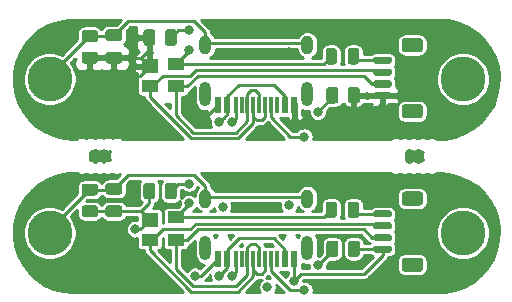
<source format=gbr>
%TF.GenerationSoftware,KiCad,Pcbnew,5.1.10-88a1d61d58~90~ubuntu20.04.1*%
%TF.CreationDate,2022-01-21T20:24:49-08:00*%
%TF.ProjectId,kb-db_panel,6b622d64-625f-4706-916e-656c2e6b6963,rev?*%
%TF.SameCoordinates,Original*%
%TF.FileFunction,Copper,L1,Top*%
%TF.FilePolarity,Positive*%
%FSLAX46Y46*%
G04 Gerber Fmt 4.6, Leading zero omitted, Abs format (unit mm)*
G04 Created by KiCad (PCBNEW 5.1.10-88a1d61d58~90~ubuntu20.04.1) date 2022-01-21 20:24:49*
%MOMM*%
%LPD*%
G01*
G04 APERTURE LIST*
%TA.AperFunction,ComponentPad*%
%ADD10C,3.800000*%
%TD*%
%TA.AperFunction,SMDPad,CuDef*%
%ADD11R,1.400000X1.200000*%
%TD*%
%TA.AperFunction,SMDPad,CuDef*%
%ADD12R,1.400000X1.000000*%
%TD*%
%TA.AperFunction,ComponentPad*%
%ADD13O,1.000000X1.600000*%
%TD*%
%TA.AperFunction,ComponentPad*%
%ADD14O,1.000000X2.100000*%
%TD*%
%TA.AperFunction,SMDPad,CuDef*%
%ADD15R,0.300000X1.450000*%
%TD*%
%TA.AperFunction,SMDPad,CuDef*%
%ADD16R,0.600000X1.450000*%
%TD*%
%TA.AperFunction,ViaPad*%
%ADD17C,0.800000*%
%TD*%
%TA.AperFunction,Conductor*%
%ADD18C,0.250000*%
%TD*%
%TA.AperFunction,Conductor*%
%ADD19C,0.254000*%
%TD*%
%TA.AperFunction,Conductor*%
%ADD20C,0.100000*%
%TD*%
%TA.AperFunction,NonConductor*%
%ADD21C,0.254000*%
%TD*%
%TA.AperFunction,NonConductor*%
%ADD22C,0.100000*%
%TD*%
G04 APERTURE END LIST*
%TO.P,F1,1*%
%TO.N,N/C*%
%TA.AperFunction,SMDPad,CuDef*%
G36*
G01*
X87699500Y-74071750D02*
X87699500Y-74984250D01*
G75*
G02*
X87455750Y-75228000I-243750J0D01*
G01*
X86968250Y-75228000D01*
G75*
G02*
X86724500Y-74984250I0J243750D01*
G01*
X86724500Y-74071750D01*
G75*
G02*
X86968250Y-73828000I243750J0D01*
G01*
X87455750Y-73828000D01*
G75*
G02*
X87699500Y-74071750I0J-243750D01*
G01*
G37*
%TD.AperFunction*%
%TO.P,F1,2*%
%TA.AperFunction,SMDPad,CuDef*%
G36*
G01*
X85824500Y-74071750D02*
X85824500Y-74984250D01*
G75*
G02*
X85580750Y-75228000I-243750J0D01*
G01*
X85093250Y-75228000D01*
G75*
G02*
X84849500Y-74984250I0J243750D01*
G01*
X84849500Y-74071750D01*
G75*
G02*
X85093250Y-73828000I243750J0D01*
G01*
X85580750Y-73828000D01*
G75*
G02*
X85824500Y-74071750I0J-243750D01*
G01*
G37*
%TD.AperFunction*%
%TD*%
D10*
%TO.P,H2,1*%
%TO.N,N/C*%
X61487000Y-76472000D03*
%TD*%
D11*
%TO.P,D1,1*%
%TO.N,N/C*%
X69977000Y-75357000D03*
D12*
%TO.P,D1,2*%
X69977000Y-77077000D03*
%TO.P,D1,3*%
X72177000Y-77077000D03*
%TO.P,D1,4*%
X72177000Y-75177000D03*
%TD*%
%TO.P,R1,1*%
%TO.N,N/C*%
%TA.AperFunction,SMDPad,CuDef*%
G36*
G01*
X87761500Y-77379998D02*
X87761500Y-78280002D01*
G75*
G02*
X87511502Y-78530000I-249998J0D01*
G01*
X86986498Y-78530000D01*
G75*
G02*
X86736500Y-78280002I0J249998D01*
G01*
X86736500Y-77379998D01*
G75*
G02*
X86986498Y-77130000I249998J0D01*
G01*
X87511502Y-77130000D01*
G75*
G02*
X87761500Y-77379998I0J-249998D01*
G01*
G37*
%TD.AperFunction*%
%TO.P,R1,2*%
%TA.AperFunction,SMDPad,CuDef*%
G36*
G01*
X85936500Y-77379998D02*
X85936500Y-78280002D01*
G75*
G02*
X85686502Y-78530000I-249998J0D01*
G01*
X85161498Y-78530000D01*
G75*
G02*
X84911500Y-78280002I0J249998D01*
G01*
X84911500Y-77379998D01*
G75*
G02*
X85161498Y-77130000I249998J0D01*
G01*
X85686502Y-77130000D01*
G75*
G02*
X85936500Y-77379998I0J-249998D01*
G01*
G37*
%TD.AperFunction*%
%TD*%
D10*
%TO.P,H1,1*%
%TO.N,N/C*%
X96487000Y-76472000D03*
%TD*%
%TO.P,J1,1*%
%TO.N,N/C*%
%TA.AperFunction,SMDPad,CuDef*%
G36*
G01*
X89052000Y-74579000D02*
X90302000Y-74579000D01*
G75*
G02*
X90452000Y-74729000I0J-150000D01*
G01*
X90452000Y-75029000D01*
G75*
G02*
X90302000Y-75179000I-150000J0D01*
G01*
X89052000Y-75179000D01*
G75*
G02*
X88902000Y-75029000I0J150000D01*
G01*
X88902000Y-74729000D01*
G75*
G02*
X89052000Y-74579000I150000J0D01*
G01*
G37*
%TD.AperFunction*%
%TO.P,J1,2*%
%TA.AperFunction,SMDPad,CuDef*%
G36*
G01*
X89052000Y-75579000D02*
X90302000Y-75579000D01*
G75*
G02*
X90452000Y-75729000I0J-150000D01*
G01*
X90452000Y-76029000D01*
G75*
G02*
X90302000Y-76179000I-150000J0D01*
G01*
X89052000Y-76179000D01*
G75*
G02*
X88902000Y-76029000I0J150000D01*
G01*
X88902000Y-75729000D01*
G75*
G02*
X89052000Y-75579000I150000J0D01*
G01*
G37*
%TD.AperFunction*%
%TO.P,J1,3*%
%TA.AperFunction,SMDPad,CuDef*%
G36*
G01*
X89052000Y-76579000D02*
X90302000Y-76579000D01*
G75*
G02*
X90452000Y-76729000I0J-150000D01*
G01*
X90452000Y-77029000D01*
G75*
G02*
X90302000Y-77179000I-150000J0D01*
G01*
X89052000Y-77179000D01*
G75*
G02*
X88902000Y-77029000I0J150000D01*
G01*
X88902000Y-76729000D01*
G75*
G02*
X89052000Y-76579000I150000J0D01*
G01*
G37*
%TD.AperFunction*%
%TO.P,J1,4*%
%TA.AperFunction,SMDPad,CuDef*%
G36*
G01*
X89052000Y-77579000D02*
X90302000Y-77579000D01*
G75*
G02*
X90452000Y-77729000I0J-150000D01*
G01*
X90452000Y-78029000D01*
G75*
G02*
X90302000Y-78179000I-150000J0D01*
G01*
X89052000Y-78179000D01*
G75*
G02*
X88902000Y-78029000I0J150000D01*
G01*
X88902000Y-77729000D01*
G75*
G02*
X89052000Y-77579000I150000J0D01*
G01*
G37*
%TD.AperFunction*%
%TO.P,J1,MP*%
%TA.AperFunction,SMDPad,CuDef*%
G36*
G01*
X91551999Y-72979000D02*
X92852001Y-72979000D01*
G75*
G02*
X93102000Y-73228999I0J-249999D01*
G01*
X93102000Y-73929001D01*
G75*
G02*
X92852001Y-74179000I-249999J0D01*
G01*
X91551999Y-74179000D01*
G75*
G02*
X91302000Y-73929001I0J249999D01*
G01*
X91302000Y-73228999D01*
G75*
G02*
X91551999Y-72979000I249999J0D01*
G01*
G37*
%TD.AperFunction*%
%TA.AperFunction,SMDPad,CuDef*%
G36*
G01*
X91551999Y-78579000D02*
X92852001Y-78579000D01*
G75*
G02*
X93102000Y-78828999I0J-249999D01*
G01*
X93102000Y-79529001D01*
G75*
G02*
X92852001Y-79779000I-249999J0D01*
G01*
X91551999Y-79779000D01*
G75*
G02*
X91302000Y-79529001I0J249999D01*
G01*
X91302000Y-78828999D01*
G75*
G02*
X91551999Y-78579000I249999J0D01*
G01*
G37*
%TD.AperFunction*%
%TD*%
D13*
%TO.P,USB1,13*%
%TO.N,N/C*%
X74672000Y-73579000D03*
X83312000Y-73579000D03*
D14*
X74672000Y-77759000D03*
X83312000Y-77759000D03*
D15*
%TO.P,USB1,6*%
X79242000Y-78674000D03*
%TO.P,USB1,7*%
X78742000Y-78674000D03*
%TO.P,USB1,8*%
X78242000Y-78674000D03*
%TO.P,USB1,5*%
X79742000Y-78674000D03*
%TO.P,USB1,9*%
X77742000Y-78674000D03*
%TO.P,USB1,4*%
X80242000Y-78674000D03*
%TO.P,USB1,10*%
X77242000Y-78674000D03*
%TO.P,USB1,3*%
X80742000Y-78674000D03*
D16*
%TO.P,USB1,2*%
X81442000Y-78674000D03*
%TO.P,USB1,11*%
X76542000Y-78674000D03*
%TO.P,USB1,1*%
X82217000Y-78674000D03*
%TO.P,USB1,12*%
X75767000Y-78674000D03*
%TD*%
%TO.P,R5,1*%
%TO.N,N/C*%
%TA.AperFunction,SMDPad,CuDef*%
G36*
G01*
X64446998Y-72304500D02*
X65347002Y-72304500D01*
G75*
G02*
X65597000Y-72554498I0J-249998D01*
G01*
X65597000Y-73079502D01*
G75*
G02*
X65347002Y-73329500I-249998J0D01*
G01*
X64446998Y-73329500D01*
G75*
G02*
X64197000Y-73079502I0J249998D01*
G01*
X64197000Y-72554498D01*
G75*
G02*
X64446998Y-72304500I249998J0D01*
G01*
G37*
%TD.AperFunction*%
%TO.P,R5,2*%
%TA.AperFunction,SMDPad,CuDef*%
G36*
G01*
X64446998Y-74129500D02*
X65347002Y-74129500D01*
G75*
G02*
X65597000Y-74379498I0J-249998D01*
G01*
X65597000Y-74904502D01*
G75*
G02*
X65347002Y-75154500I-249998J0D01*
G01*
X64446998Y-75154500D01*
G75*
G02*
X64197000Y-74904502I0J249998D01*
G01*
X64197000Y-74379498D01*
G75*
G02*
X64446998Y-74129500I249998J0D01*
G01*
G37*
%TD.AperFunction*%
%TD*%
%TO.P,C1,1*%
%TO.N,N/C*%
%TA.AperFunction,SMDPad,CuDef*%
G36*
G01*
X66454000Y-72256000D02*
X67404000Y-72256000D01*
G75*
G02*
X67654000Y-72506000I0J-250000D01*
G01*
X67654000Y-73006000D01*
G75*
G02*
X67404000Y-73256000I-250000J0D01*
G01*
X66454000Y-73256000D01*
G75*
G02*
X66204000Y-73006000I0J250000D01*
G01*
X66204000Y-72506000D01*
G75*
G02*
X66454000Y-72256000I250000J0D01*
G01*
G37*
%TD.AperFunction*%
%TO.P,C1,2*%
%TA.AperFunction,SMDPad,CuDef*%
G36*
G01*
X66454000Y-74156000D02*
X67404000Y-74156000D01*
G75*
G02*
X67654000Y-74406000I0J-250000D01*
G01*
X67654000Y-74906000D01*
G75*
G02*
X67404000Y-75156000I-250000J0D01*
G01*
X66454000Y-75156000D01*
G75*
G02*
X66204000Y-74906000I0J250000D01*
G01*
X66204000Y-74406000D01*
G75*
G02*
X66454000Y-74156000I250000J0D01*
G01*
G37*
%TD.AperFunction*%
%TD*%
%TO.P,R2,1*%
%TO.N,N/C*%
%TA.AperFunction,SMDPad,CuDef*%
G36*
G01*
X69417500Y-73394002D02*
X69417500Y-72493998D01*
G75*
G02*
X69667498Y-72244000I249998J0D01*
G01*
X70192502Y-72244000D01*
G75*
G02*
X70442500Y-72493998I0J-249998D01*
G01*
X70442500Y-73394002D01*
G75*
G02*
X70192502Y-73644000I-249998J0D01*
G01*
X69667498Y-73644000D01*
G75*
G02*
X69417500Y-73394002I0J249998D01*
G01*
G37*
%TD.AperFunction*%
%TO.P,R2,2*%
%TA.AperFunction,SMDPad,CuDef*%
G36*
G01*
X71242500Y-73394002D02*
X71242500Y-72493998D01*
G75*
G02*
X71492498Y-72244000I249998J0D01*
G01*
X72017502Y-72244000D01*
G75*
G02*
X72267500Y-72493998I0J-249998D01*
G01*
X72267500Y-73394002D01*
G75*
G02*
X72017502Y-73644000I-249998J0D01*
G01*
X71492498Y-73644000D01*
G75*
G02*
X71242500Y-73394002I0J249998D01*
G01*
G37*
%TD.AperFunction*%
%TD*%
D10*
%TO.P,H2,1*%
%TO.N,Earth*%
X61487000Y-63472000D03*
%TD*%
%TO.P,H1,1*%
%TO.N,Net-(H1-Pad1)*%
X96487000Y-63472000D03*
%TD*%
%TO.P,J1,MP*%
%TO.N,N/C*%
%TA.AperFunction,SMDPad,CuDef*%
G36*
G01*
X91551999Y-65579000D02*
X92852001Y-65579000D01*
G75*
G02*
X93102000Y-65828999I0J-249999D01*
G01*
X93102000Y-66529001D01*
G75*
G02*
X92852001Y-66779000I-249999J0D01*
G01*
X91551999Y-66779000D01*
G75*
G02*
X91302000Y-66529001I0J249999D01*
G01*
X91302000Y-65828999D01*
G75*
G02*
X91551999Y-65579000I249999J0D01*
G01*
G37*
%TD.AperFunction*%
%TA.AperFunction,SMDPad,CuDef*%
G36*
G01*
X91551999Y-59979000D02*
X92852001Y-59979000D01*
G75*
G02*
X93102000Y-60228999I0J-249999D01*
G01*
X93102000Y-60929001D01*
G75*
G02*
X92852001Y-61179000I-249999J0D01*
G01*
X91551999Y-61179000D01*
G75*
G02*
X91302000Y-60929001I0J249999D01*
G01*
X91302000Y-60228999D01*
G75*
G02*
X91551999Y-59979000I249999J0D01*
G01*
G37*
%TD.AperFunction*%
%TO.P,J1,4*%
%TO.N,GND*%
%TA.AperFunction,SMDPad,CuDef*%
G36*
G01*
X89052000Y-64579000D02*
X90302000Y-64579000D01*
G75*
G02*
X90452000Y-64729000I0J-150000D01*
G01*
X90452000Y-65029000D01*
G75*
G02*
X90302000Y-65179000I-150000J0D01*
G01*
X89052000Y-65179000D01*
G75*
G02*
X88902000Y-65029000I0J150000D01*
G01*
X88902000Y-64729000D01*
G75*
G02*
X89052000Y-64579000I150000J0D01*
G01*
G37*
%TD.AperFunction*%
%TO.P,J1,3*%
%TO.N,D+*%
%TA.AperFunction,SMDPad,CuDef*%
G36*
G01*
X89052000Y-63579000D02*
X90302000Y-63579000D01*
G75*
G02*
X90452000Y-63729000I0J-150000D01*
G01*
X90452000Y-64029000D01*
G75*
G02*
X90302000Y-64179000I-150000J0D01*
G01*
X89052000Y-64179000D01*
G75*
G02*
X88902000Y-64029000I0J150000D01*
G01*
X88902000Y-63729000D01*
G75*
G02*
X89052000Y-63579000I150000J0D01*
G01*
G37*
%TD.AperFunction*%
%TO.P,J1,2*%
%TO.N,D-*%
%TA.AperFunction,SMDPad,CuDef*%
G36*
G01*
X89052000Y-62579000D02*
X90302000Y-62579000D01*
G75*
G02*
X90452000Y-62729000I0J-150000D01*
G01*
X90452000Y-63029000D01*
G75*
G02*
X90302000Y-63179000I-150000J0D01*
G01*
X89052000Y-63179000D01*
G75*
G02*
X88902000Y-63029000I0J150000D01*
G01*
X88902000Y-62729000D01*
G75*
G02*
X89052000Y-62579000I150000J0D01*
G01*
G37*
%TD.AperFunction*%
%TO.P,J1,1*%
%TO.N,+5V*%
%TA.AperFunction,SMDPad,CuDef*%
G36*
G01*
X89052000Y-61579000D02*
X90302000Y-61579000D01*
G75*
G02*
X90452000Y-61729000I0J-150000D01*
G01*
X90452000Y-62029000D01*
G75*
G02*
X90302000Y-62179000I-150000J0D01*
G01*
X89052000Y-62179000D01*
G75*
G02*
X88902000Y-62029000I0J150000D01*
G01*
X88902000Y-61729000D01*
G75*
G02*
X89052000Y-61579000I150000J0D01*
G01*
G37*
%TD.AperFunction*%
%TD*%
%TO.P,C1,2*%
%TO.N,GND*%
%TA.AperFunction,SMDPad,CuDef*%
G36*
G01*
X66454000Y-61156000D02*
X67404000Y-61156000D01*
G75*
G02*
X67654000Y-61406000I0J-250000D01*
G01*
X67654000Y-61906000D01*
G75*
G02*
X67404000Y-62156000I-250000J0D01*
G01*
X66454000Y-62156000D01*
G75*
G02*
X66204000Y-61906000I0J250000D01*
G01*
X66204000Y-61406000D01*
G75*
G02*
X66454000Y-61156000I250000J0D01*
G01*
G37*
%TD.AperFunction*%
%TO.P,C1,1*%
%TO.N,Earth*%
%TA.AperFunction,SMDPad,CuDef*%
G36*
G01*
X66454000Y-59256000D02*
X67404000Y-59256000D01*
G75*
G02*
X67654000Y-59506000I0J-250000D01*
G01*
X67654000Y-60006000D01*
G75*
G02*
X67404000Y-60256000I-250000J0D01*
G01*
X66454000Y-60256000D01*
G75*
G02*
X66204000Y-60006000I0J250000D01*
G01*
X66204000Y-59506000D01*
G75*
G02*
X66454000Y-59256000I250000J0D01*
G01*
G37*
%TD.AperFunction*%
%TD*%
D16*
%TO.P,USB1,12*%
%TO.N,GND*%
X75767000Y-65674000D03*
%TO.P,USB1,1*%
X82217000Y-65674000D03*
%TO.P,USB1,11*%
%TO.N,VCC*%
X76542000Y-65674000D03*
%TO.P,USB1,2*%
X81442000Y-65674000D03*
D15*
%TO.P,USB1,3*%
%TO.N,Net-(USB1-Pad3)*%
X80742000Y-65674000D03*
%TO.P,USB1,10*%
%TO.N,Net-(R2-Pad2)*%
X77242000Y-65674000D03*
%TO.P,USB1,4*%
%TO.N,Net-(R1-Pad2)*%
X80242000Y-65674000D03*
%TO.P,USB1,9*%
%TO.N,Net-(USB1-Pad9)*%
X77742000Y-65674000D03*
%TO.P,USB1,5*%
%TO.N,D-*%
X79742000Y-65674000D03*
%TO.P,USB1,8*%
%TO.N,D+*%
X78242000Y-65674000D03*
%TO.P,USB1,7*%
%TO.N,D-*%
X78742000Y-65674000D03*
%TO.P,USB1,6*%
%TO.N,D+*%
X79242000Y-65674000D03*
D14*
%TO.P,USB1,13*%
%TO.N,Earth*%
X83312000Y-64759000D03*
X74672000Y-64759000D03*
D13*
X83312000Y-60579000D03*
X74672000Y-60579000D03*
%TD*%
%TO.P,R5,2*%
%TO.N,GND*%
%TA.AperFunction,SMDPad,CuDef*%
G36*
G01*
X64446998Y-61129500D02*
X65347002Y-61129500D01*
G75*
G02*
X65597000Y-61379498I0J-249998D01*
G01*
X65597000Y-61904502D01*
G75*
G02*
X65347002Y-62154500I-249998J0D01*
G01*
X64446998Y-62154500D01*
G75*
G02*
X64197000Y-61904502I0J249998D01*
G01*
X64197000Y-61379498D01*
G75*
G02*
X64446998Y-61129500I249998J0D01*
G01*
G37*
%TD.AperFunction*%
%TO.P,R5,1*%
%TO.N,Earth*%
%TA.AperFunction,SMDPad,CuDef*%
G36*
G01*
X64446998Y-59304500D02*
X65347002Y-59304500D01*
G75*
G02*
X65597000Y-59554498I0J-249998D01*
G01*
X65597000Y-60079502D01*
G75*
G02*
X65347002Y-60329500I-249998J0D01*
G01*
X64446998Y-60329500D01*
G75*
G02*
X64197000Y-60079502I0J249998D01*
G01*
X64197000Y-59554498D01*
G75*
G02*
X64446998Y-59304500I249998J0D01*
G01*
G37*
%TD.AperFunction*%
%TD*%
%TO.P,R2,2*%
%TO.N,Net-(R2-Pad2)*%
%TA.AperFunction,SMDPad,CuDef*%
G36*
G01*
X71242500Y-60394002D02*
X71242500Y-59493998D01*
G75*
G02*
X71492498Y-59244000I249998J0D01*
G01*
X72017502Y-59244000D01*
G75*
G02*
X72267500Y-59493998I0J-249998D01*
G01*
X72267500Y-60394002D01*
G75*
G02*
X72017502Y-60644000I-249998J0D01*
G01*
X71492498Y-60644000D01*
G75*
G02*
X71242500Y-60394002I0J249998D01*
G01*
G37*
%TD.AperFunction*%
%TO.P,R2,1*%
%TO.N,GND*%
%TA.AperFunction,SMDPad,CuDef*%
G36*
G01*
X69417500Y-60394002D02*
X69417500Y-59493998D01*
G75*
G02*
X69667498Y-59244000I249998J0D01*
G01*
X70192502Y-59244000D01*
G75*
G02*
X70442500Y-59493998I0J-249998D01*
G01*
X70442500Y-60394002D01*
G75*
G02*
X70192502Y-60644000I-249998J0D01*
G01*
X69667498Y-60644000D01*
G75*
G02*
X69417500Y-60394002I0J249998D01*
G01*
G37*
%TD.AperFunction*%
%TD*%
%TO.P,R1,2*%
%TO.N,Net-(R1-Pad2)*%
%TA.AperFunction,SMDPad,CuDef*%
G36*
G01*
X85936500Y-64379998D02*
X85936500Y-65280002D01*
G75*
G02*
X85686502Y-65530000I-249998J0D01*
G01*
X85161498Y-65530000D01*
G75*
G02*
X84911500Y-65280002I0J249998D01*
G01*
X84911500Y-64379998D01*
G75*
G02*
X85161498Y-64130000I249998J0D01*
G01*
X85686502Y-64130000D01*
G75*
G02*
X85936500Y-64379998I0J-249998D01*
G01*
G37*
%TD.AperFunction*%
%TO.P,R1,1*%
%TO.N,GND*%
%TA.AperFunction,SMDPad,CuDef*%
G36*
G01*
X87761500Y-64379998D02*
X87761500Y-65280002D01*
G75*
G02*
X87511502Y-65530000I-249998J0D01*
G01*
X86986498Y-65530000D01*
G75*
G02*
X86736500Y-65280002I0J249998D01*
G01*
X86736500Y-64379998D01*
G75*
G02*
X86986498Y-64130000I249998J0D01*
G01*
X87511502Y-64130000D01*
G75*
G02*
X87761500Y-64379998I0J-249998D01*
G01*
G37*
%TD.AperFunction*%
%TD*%
%TO.P,F1,2*%
%TO.N,VCC*%
%TA.AperFunction,SMDPad,CuDef*%
G36*
G01*
X85824500Y-61071750D02*
X85824500Y-61984250D01*
G75*
G02*
X85580750Y-62228000I-243750J0D01*
G01*
X85093250Y-62228000D01*
G75*
G02*
X84849500Y-61984250I0J243750D01*
G01*
X84849500Y-61071750D01*
G75*
G02*
X85093250Y-60828000I243750J0D01*
G01*
X85580750Y-60828000D01*
G75*
G02*
X85824500Y-61071750I0J-243750D01*
G01*
G37*
%TD.AperFunction*%
%TO.P,F1,1*%
%TO.N,+5V*%
%TA.AperFunction,SMDPad,CuDef*%
G36*
G01*
X87699500Y-61071750D02*
X87699500Y-61984250D01*
G75*
G02*
X87455750Y-62228000I-243750J0D01*
G01*
X86968250Y-62228000D01*
G75*
G02*
X86724500Y-61984250I0J243750D01*
G01*
X86724500Y-61071750D01*
G75*
G02*
X86968250Y-60828000I243750J0D01*
G01*
X87455750Y-60828000D01*
G75*
G02*
X87699500Y-61071750I0J-243750D01*
G01*
G37*
%TD.AperFunction*%
%TD*%
D12*
%TO.P,D1,4*%
%TO.N,VCC*%
X72177000Y-62177000D03*
%TO.P,D1,3*%
%TO.N,D+*%
X72177000Y-64077000D03*
%TO.P,D1,2*%
%TO.N,D-*%
X69977000Y-64077000D03*
D11*
%TO.P,D1,1*%
%TO.N,GND*%
X69977000Y-62357000D03*
%TD*%
D17*
%TO.N,*%
X75853014Y-80116004D03*
X73279000Y-73960000D03*
X79936000Y-81072000D03*
X81781000Y-74147000D03*
X68700000Y-76179000D03*
X82169000Y-80564000D03*
X73785365Y-80110635D03*
X76156217Y-74259944D03*
X84194000Y-79227000D03*
X83058000Y-81326000D03*
X76955000Y-80116002D03*
X73279000Y-72309000D03*
%TO.N,VCC*%
X73279000Y-60960000D03*
X75853014Y-67116004D03*
%TO.N,GND*%
X76156217Y-61259944D03*
X82169000Y-67564000D03*
X73785365Y-67110635D03*
X68700000Y-63179000D03*
X79936000Y-68072000D03*
X81781000Y-61147000D03*
%TO.N,Net-(R1-Pad2)*%
X83058000Y-68326000D03*
X84194000Y-66227000D03*
%TO.N,Net-(R2-Pad2)*%
X76955000Y-67116002D03*
X73279000Y-59309000D03*
%TD*%
D18*
%TO.N,*%
X74672000Y-73579000D02*
X74829001Y-73421999D01*
X64897000Y-72817000D02*
X66868000Y-72817000D01*
X66868000Y-72817000D02*
X66929000Y-72756000D01*
X74829001Y-73421999D02*
X83154999Y-73421999D01*
X64823000Y-72817000D02*
X64897000Y-72817000D01*
X61487000Y-76153000D02*
X64823000Y-72817000D01*
X61487000Y-76472000D02*
X61487000Y-76153000D01*
X74672000Y-72499000D02*
X73756999Y-71583999D01*
X74672000Y-73579000D02*
X74672000Y-72499000D01*
X68101001Y-71583999D02*
X73756999Y-71583999D01*
X83154999Y-73421999D02*
X83312000Y-73579000D01*
X66929000Y-72756000D02*
X68101001Y-71583999D01*
X81442000Y-77913998D02*
X81442000Y-78674000D01*
X80466992Y-76938990D02*
X81442000Y-77913998D01*
X77517008Y-76938990D02*
X80466992Y-76938990D01*
X76542000Y-77913998D02*
X77517008Y-76938990D01*
X76542000Y-79427018D02*
X76253013Y-79716005D01*
X76253013Y-79716005D02*
X75853014Y-80116004D01*
X76542000Y-78674000D02*
X76542000Y-79427018D01*
X76542000Y-78674000D02*
X76542000Y-77913998D01*
X73279000Y-74075000D02*
X72177000Y-75177000D01*
X73279000Y-73960000D02*
X73279000Y-74075000D01*
X84688000Y-75177000D02*
X85337000Y-74528000D01*
X72177000Y-75177000D02*
X84688000Y-75177000D01*
X87563000Y-74879000D02*
X87212000Y-74528000D01*
X89677000Y-74879000D02*
X87563000Y-74879000D01*
X88078000Y-79989000D02*
X89677000Y-78390000D01*
X82744000Y-79989000D02*
X88078000Y-79989000D01*
X82169000Y-80564000D02*
X82744000Y-79989000D01*
X87298000Y-77879000D02*
X87249000Y-77830000D01*
X89677000Y-77879000D02*
X87298000Y-77879000D01*
X89677000Y-78390000D02*
X89677000Y-77879000D01*
X69155000Y-76179000D02*
X69977000Y-75357000D01*
X68700000Y-76179000D02*
X69155000Y-76179000D01*
X69930000Y-73974000D02*
X69262000Y-74642000D01*
X69930000Y-72944000D02*
X69930000Y-73974000D01*
X75767000Y-78674000D02*
X74330365Y-80110635D01*
X69262000Y-74642000D02*
X69977000Y-75357000D01*
X64897000Y-74642000D02*
X69262000Y-74642000D01*
X82169000Y-80564000D02*
X82169000Y-78722000D01*
X74330365Y-80110635D02*
X73785365Y-80110635D01*
X82169000Y-78722000D02*
X82217000Y-78674000D01*
X89675000Y-76881000D02*
X89677000Y-76879000D01*
X88767500Y-76879000D02*
X89677000Y-76879000D01*
X88067500Y-76179000D02*
X88767500Y-76879000D01*
X74034000Y-76179000D02*
X88067500Y-76179000D01*
X73145000Y-77068000D02*
X74034000Y-76179000D01*
X72186000Y-77068000D02*
X73145000Y-77068000D01*
X72177000Y-77077000D02*
X72186000Y-77068000D01*
X78242000Y-78674000D02*
X78242000Y-80029004D01*
X78242000Y-80029004D02*
X77266004Y-81005000D01*
X72177000Y-79527590D02*
X72177000Y-77077000D01*
X73654410Y-81005000D02*
X72177000Y-79527590D01*
X77266004Y-81005000D02*
X73654410Y-81005000D01*
X78242000Y-78674000D02*
X78242000Y-77713998D01*
X79242000Y-77713998D02*
X79242000Y-78674000D01*
X78917002Y-77389000D02*
X79242000Y-77713998D01*
X78566998Y-77389000D02*
X78917002Y-77389000D01*
X78242000Y-77713998D02*
X78566998Y-77389000D01*
X79447002Y-79929000D02*
X79742000Y-79634002D01*
X79036998Y-79929000D02*
X79447002Y-79929000D01*
X69977000Y-77964000D02*
X69977000Y-77077000D01*
X77452404Y-81455011D02*
X73468011Y-81455011D01*
X78742000Y-79634002D02*
X79036998Y-79929000D01*
X78742000Y-78674000D02*
X78742000Y-79634002D01*
X79742000Y-79634002D02*
X79742000Y-78674000D01*
X73397590Y-76179000D02*
X73847600Y-75728990D01*
X71075000Y-76179000D02*
X73397590Y-76179000D01*
X70177000Y-77077000D02*
X71075000Y-76179000D01*
X69977000Y-77077000D02*
X70177000Y-77077000D01*
X73847600Y-75728990D02*
X89526990Y-75728990D01*
X89526990Y-75728990D02*
X89677000Y-75879000D01*
X78742000Y-80165415D02*
X77452404Y-81455011D01*
X73468011Y-81455011D02*
X69977000Y-77964000D01*
X78742000Y-79634002D02*
X78742000Y-80165415D01*
X85424000Y-77830000D02*
X85424000Y-77997000D01*
X84254000Y-79167000D02*
X84194000Y-79227000D01*
X85424000Y-77997000D02*
X84194000Y-79227000D01*
X80242000Y-79710002D02*
X81857998Y-81326000D01*
X80242000Y-78674000D02*
X80242000Y-79710002D01*
X81857998Y-81326000D02*
X83058000Y-81326000D01*
X77242000Y-79829002D02*
X76955000Y-80116002D01*
X77242000Y-78674000D02*
X77242000Y-79829002D01*
X72390000Y-72309000D02*
X71755000Y-72944000D01*
X73279000Y-72309000D02*
X72390000Y-72309000D01*
%TO.N,Earth*%
X66868000Y-59817000D02*
X66929000Y-59756000D01*
X64897000Y-59817000D02*
X66868000Y-59817000D01*
X64823000Y-59817000D02*
X64897000Y-59817000D01*
X61487000Y-63153000D02*
X64823000Y-59817000D01*
X61487000Y-63472000D02*
X61487000Y-63153000D01*
X66929000Y-59756000D02*
X68101001Y-58583999D01*
X74672000Y-59499000D02*
X73756999Y-58583999D01*
X74672000Y-60579000D02*
X74672000Y-59499000D01*
X68101001Y-58583999D02*
X73756999Y-58583999D01*
X83154999Y-60421999D02*
X83312000Y-60579000D01*
X74829001Y-60421999D02*
X83154999Y-60421999D01*
X74672000Y-60579000D02*
X74829001Y-60421999D01*
%TO.N,VCC*%
X81442000Y-64913998D02*
X81442000Y-65674000D01*
X80466992Y-63938990D02*
X81442000Y-64913998D01*
X77517008Y-63938990D02*
X80466992Y-63938990D01*
X76542000Y-64913998D02*
X77517008Y-63938990D01*
X76542000Y-65674000D02*
X76542000Y-64913998D01*
X73279000Y-61075000D02*
X72177000Y-62177000D01*
X73279000Y-60960000D02*
X73279000Y-61075000D01*
X76542000Y-66427018D02*
X76253013Y-66716005D01*
X76253013Y-66716005D02*
X75853014Y-67116004D01*
X76542000Y-65674000D02*
X76542000Y-66427018D01*
X84688000Y-62177000D02*
X85337000Y-61528000D01*
X72177000Y-62177000D02*
X84688000Y-62177000D01*
%TO.N,+5V*%
X87563000Y-61879000D02*
X87212000Y-61528000D01*
X89677000Y-61879000D02*
X87563000Y-61879000D01*
%TO.N,GND*%
X82169000Y-65722000D02*
X82217000Y-65674000D01*
X82169000Y-67564000D02*
X82169000Y-65722000D01*
X74330365Y-67110635D02*
X73785365Y-67110635D01*
X75767000Y-65674000D02*
X74330365Y-67110635D01*
X69262000Y-61642000D02*
X69977000Y-62357000D01*
X64897000Y-61642000D02*
X69262000Y-61642000D01*
X69930000Y-60974000D02*
X69262000Y-61642000D01*
X69930000Y-59944000D02*
X69930000Y-60974000D01*
X69155000Y-63179000D02*
X69977000Y-62357000D01*
X68700000Y-63179000D02*
X69155000Y-63179000D01*
X87298000Y-64879000D02*
X87249000Y-64830000D01*
X89677000Y-64879000D02*
X87298000Y-64879000D01*
X89677000Y-65390000D02*
X89677000Y-64879000D01*
X88078000Y-66989000D02*
X89677000Y-65390000D01*
X82744000Y-66989000D02*
X88078000Y-66989000D01*
X82169000Y-67564000D02*
X82744000Y-66989000D01*
%TO.N,D+*%
X78242000Y-64713998D02*
X78566998Y-64389000D01*
X78242000Y-65674000D02*
X78242000Y-64713998D01*
X79242000Y-64713998D02*
X79242000Y-65674000D01*
X78917002Y-64389000D02*
X79242000Y-64713998D01*
X78566998Y-64389000D02*
X78917002Y-64389000D01*
X78242000Y-65674000D02*
X78242000Y-67029004D01*
X78242000Y-67029004D02*
X77266004Y-68005000D01*
X72177000Y-66527590D02*
X72177000Y-64077000D01*
X73654410Y-68005000D02*
X72177000Y-66527590D01*
X77266004Y-68005000D02*
X73654410Y-68005000D01*
X89675000Y-63881000D02*
X89677000Y-63879000D01*
X88767500Y-63879000D02*
X89677000Y-63879000D01*
X88067500Y-63179000D02*
X88767500Y-63879000D01*
X74034000Y-63179000D02*
X88067500Y-63179000D01*
X73145000Y-64068000D02*
X74034000Y-63179000D01*
X72186000Y-64068000D02*
X73145000Y-64068000D01*
X72177000Y-64077000D02*
X72186000Y-64068000D01*
%TO.N,D-*%
X78742000Y-66634002D02*
X79036998Y-66929000D01*
X78742000Y-65674000D02*
X78742000Y-66634002D01*
X79742000Y-66634002D02*
X79742000Y-65674000D01*
X79447002Y-66929000D02*
X79742000Y-66634002D01*
X79036998Y-66929000D02*
X79447002Y-66929000D01*
X69977000Y-64964000D02*
X69977000Y-64077000D01*
X77452404Y-68455011D02*
X73468011Y-68455011D01*
X78742000Y-67165415D02*
X77452404Y-68455011D01*
X73468011Y-68455011D02*
X69977000Y-64964000D01*
X78742000Y-66634002D02*
X78742000Y-67165415D01*
X89526990Y-62728990D02*
X89677000Y-62879000D01*
X73847600Y-62728990D02*
X89526990Y-62728990D01*
X73397590Y-63179000D02*
X73847600Y-62728990D01*
X71075000Y-63179000D02*
X73397590Y-63179000D01*
X70177000Y-64077000D02*
X71075000Y-63179000D01*
X69977000Y-64077000D02*
X70177000Y-64077000D01*
%TO.N,Net-(R1-Pad2)*%
X80242000Y-66710002D02*
X81857998Y-68326000D01*
X80242000Y-65674000D02*
X80242000Y-66710002D01*
X81857998Y-68326000D02*
X83058000Y-68326000D01*
X84254000Y-66167000D02*
X84194000Y-66227000D01*
X85424000Y-64997000D02*
X84194000Y-66227000D01*
X85424000Y-64830000D02*
X85424000Y-64997000D01*
%TO.N,Net-(R2-Pad2)*%
X77242000Y-66829002D02*
X76955000Y-67116002D01*
X77242000Y-65674000D02*
X77242000Y-66829002D01*
X72390000Y-59309000D02*
X71755000Y-59944000D01*
X73279000Y-59309000D02*
X72390000Y-59309000D01*
%TD*%
D19*
%TO.N,GND*%
X67096252Y-58873157D02*
X66454000Y-58873157D01*
X66330538Y-58885317D01*
X66211821Y-58921329D01*
X66102411Y-58979810D01*
X66006512Y-59058512D01*
X65927810Y-59154411D01*
X65887538Y-59229754D01*
X65873190Y-59202910D01*
X65794488Y-59107012D01*
X65698590Y-59028310D01*
X65589180Y-58969829D01*
X65470463Y-58933817D01*
X65347002Y-58921657D01*
X64446998Y-58921657D01*
X64323537Y-58933817D01*
X64204820Y-58969829D01*
X64095410Y-59028310D01*
X63999512Y-59107012D01*
X63920810Y-59202910D01*
X63862329Y-59312320D01*
X63826317Y-59431037D01*
X63814157Y-59554498D01*
X63814157Y-60079502D01*
X63816914Y-60107494D01*
X62501235Y-61423173D01*
X62152343Y-61278657D01*
X61711659Y-61191000D01*
X61262341Y-61191000D01*
X60821657Y-61278657D01*
X60406541Y-61450604D01*
X60032947Y-61700231D01*
X59715231Y-62017947D01*
X59465604Y-62391541D01*
X59293657Y-62806657D01*
X59206000Y-63247341D01*
X59206000Y-63696659D01*
X59293657Y-64137343D01*
X59465604Y-64552459D01*
X59715231Y-64926053D01*
X60032947Y-65243769D01*
X60406541Y-65493396D01*
X60821657Y-65665343D01*
X61262341Y-65753000D01*
X61711659Y-65753000D01*
X62152343Y-65665343D01*
X62567459Y-65493396D01*
X62941053Y-65243769D01*
X63258769Y-64926053D01*
X63508396Y-64552459D01*
X63680343Y-64137343D01*
X63768000Y-63696659D01*
X63768000Y-63247341D01*
X63680343Y-62806657D01*
X63508396Y-62391541D01*
X63290362Y-62065229D01*
X63586590Y-61769002D01*
X63720748Y-61769002D01*
X63562000Y-61927750D01*
X63558928Y-62154500D01*
X63571188Y-62278982D01*
X63607498Y-62398680D01*
X63666463Y-62508994D01*
X63745815Y-62605685D01*
X63842506Y-62685037D01*
X63952820Y-62744002D01*
X64072518Y-62780312D01*
X64197000Y-62792572D01*
X64611250Y-62789500D01*
X64770000Y-62630750D01*
X64770000Y-61769000D01*
X65024000Y-61769000D01*
X65024000Y-62630750D01*
X65182750Y-62789500D01*
X65597000Y-62792572D01*
X65721482Y-62780312D01*
X65841180Y-62744002D01*
X65899097Y-62713044D01*
X65959820Y-62745502D01*
X66079518Y-62781812D01*
X66204000Y-62794072D01*
X66643250Y-62791000D01*
X66802000Y-62632250D01*
X66802000Y-61783000D01*
X67056000Y-61783000D01*
X67056000Y-62632250D01*
X67214750Y-62791000D01*
X67654000Y-62794072D01*
X67778482Y-62781812D01*
X67898180Y-62745502D01*
X68008494Y-62686537D01*
X68105185Y-62607185D01*
X68184537Y-62510494D01*
X68243502Y-62400180D01*
X68279812Y-62280482D01*
X68292072Y-62156000D01*
X68289000Y-61941750D01*
X68130250Y-61783000D01*
X67056000Y-61783000D01*
X66802000Y-61783000D01*
X66087250Y-61783000D01*
X66073250Y-61769000D01*
X65024000Y-61769000D01*
X64770000Y-61769000D01*
X64750000Y-61769000D01*
X64750000Y-61757000D01*
X68638928Y-61757000D01*
X68642000Y-62071250D01*
X68800750Y-62230000D01*
X69850000Y-62230000D01*
X69850000Y-61280750D01*
X69746250Y-61177000D01*
X69803000Y-61120250D01*
X69803000Y-60071000D01*
X68941250Y-60071000D01*
X68782500Y-60229750D01*
X68779428Y-60644000D01*
X68791688Y-60768482D01*
X68827998Y-60888180D01*
X68886963Y-60998494D01*
X68966315Y-61095185D01*
X69048597Y-61162712D01*
X69032820Y-61167498D01*
X68922506Y-61226463D01*
X68825815Y-61305815D01*
X68746463Y-61402506D01*
X68687498Y-61512820D01*
X68651188Y-61632518D01*
X68638928Y-61757000D01*
X64750000Y-61757000D01*
X64750000Y-61515000D01*
X64770000Y-61515000D01*
X64770000Y-61495000D01*
X65024000Y-61495000D01*
X65024000Y-61515000D01*
X65713750Y-61515000D01*
X65727750Y-61529000D01*
X66802000Y-61529000D01*
X66802000Y-61509000D01*
X67056000Y-61509000D01*
X67056000Y-61529000D01*
X68130250Y-61529000D01*
X68289000Y-61370250D01*
X68292072Y-61156000D01*
X68279812Y-61031518D01*
X68243502Y-60911820D01*
X68184537Y-60801506D01*
X68105185Y-60704815D01*
X68008494Y-60625463D01*
X67898180Y-60566498D01*
X67778482Y-60530188D01*
X67760220Y-60528389D01*
X67851488Y-60453488D01*
X67930190Y-60357589D01*
X67988671Y-60248179D01*
X68024683Y-60129462D01*
X68036843Y-60006000D01*
X68036843Y-59506000D01*
X68024683Y-59382538D01*
X68023140Y-59377452D01*
X68310593Y-59089999D01*
X68800642Y-59089999D01*
X68791688Y-59119518D01*
X68779428Y-59244000D01*
X68782500Y-59658250D01*
X68941250Y-59817000D01*
X69803000Y-59817000D01*
X69803000Y-59797000D01*
X70057000Y-59797000D01*
X70057000Y-59817000D01*
X70077000Y-59817000D01*
X70077000Y-60071000D01*
X70057000Y-60071000D01*
X70057000Y-61120250D01*
X70160750Y-61224000D01*
X70104000Y-61280750D01*
X70104000Y-62230000D01*
X70124000Y-62230000D01*
X70124000Y-62484000D01*
X70104000Y-62484000D01*
X70104000Y-62504000D01*
X69850000Y-62504000D01*
X69850000Y-62484000D01*
X68800750Y-62484000D01*
X68642000Y-62642750D01*
X68638928Y-62957000D01*
X68651188Y-63081482D01*
X68687498Y-63201180D01*
X68746463Y-63311494D01*
X68825815Y-63408185D01*
X68909286Y-63476687D01*
X68901513Y-63502311D01*
X68894157Y-63577000D01*
X68894157Y-64577000D01*
X68901513Y-64651689D01*
X68923299Y-64723508D01*
X68958678Y-64789696D01*
X69006289Y-64847711D01*
X69064304Y-64895322D01*
X69130492Y-64930701D01*
X69202311Y-64952487D01*
X69277000Y-64959843D01*
X69468962Y-64959843D01*
X69468553Y-64964000D01*
X69471000Y-64988846D01*
X69471000Y-64988853D01*
X69478322Y-65063192D01*
X69507255Y-65158574D01*
X69554241Y-65246479D01*
X69617473Y-65323527D01*
X69636785Y-65339376D01*
X72813408Y-68516000D01*
X67964601Y-68516000D01*
X67941521Y-68518273D01*
X67928540Y-68518273D01*
X67922208Y-68518939D01*
X67728258Y-68540694D01*
X67687841Y-68549285D01*
X67663478Y-68554109D01*
X67584239Y-68474870D01*
X67480891Y-68405815D01*
X67366056Y-68358249D01*
X67244148Y-68334000D01*
X67119852Y-68334000D01*
X66997944Y-68358249D01*
X66883109Y-68405815D01*
X66807000Y-68456669D01*
X66730891Y-68405815D01*
X66616056Y-68358249D01*
X66494148Y-68334000D01*
X66369852Y-68334000D01*
X66247944Y-68358249D01*
X66133109Y-68405815D01*
X66057000Y-68456669D01*
X65980891Y-68405815D01*
X65866056Y-68358249D01*
X65744148Y-68334000D01*
X65619852Y-68334000D01*
X65497944Y-68358249D01*
X65383109Y-68405815D01*
X65307000Y-68456669D01*
X65230891Y-68405815D01*
X65116056Y-68358249D01*
X64994148Y-68334000D01*
X64869852Y-68334000D01*
X64747944Y-68358249D01*
X64633109Y-68405815D01*
X64557000Y-68456669D01*
X64480891Y-68405815D01*
X64366056Y-68358249D01*
X64244148Y-68334000D01*
X64119852Y-68334000D01*
X63997944Y-68358249D01*
X63883109Y-68405815D01*
X63779761Y-68474870D01*
X63718153Y-68536478D01*
X63531498Y-68518176D01*
X63529651Y-68518176D01*
X63525554Y-68517633D01*
X62637420Y-68442274D01*
X61812125Y-68228070D01*
X61034725Y-67877877D01*
X60327434Y-67401701D01*
X59710493Y-66813167D01*
X59201534Y-66129103D01*
X58815107Y-65369055D01*
X58562265Y-64554774D01*
X58450237Y-63709526D01*
X58482223Y-62857491D01*
X58657313Y-62023022D01*
X58970496Y-61229993D01*
X59412827Y-60501054D01*
X59971640Y-59857080D01*
X60630978Y-59316456D01*
X61371972Y-58894658D01*
X62173445Y-58603737D01*
X63020934Y-58450486D01*
X63497750Y-58428000D01*
X67541408Y-58428000D01*
X67096252Y-58873157D01*
%TA.AperFunction,Conductor*%
D20*
G36*
X67096252Y-58873157D02*
G01*
X66454000Y-58873157D01*
X66330538Y-58885317D01*
X66211821Y-58921329D01*
X66102411Y-58979810D01*
X66006512Y-59058512D01*
X65927810Y-59154411D01*
X65887538Y-59229754D01*
X65873190Y-59202910D01*
X65794488Y-59107012D01*
X65698590Y-59028310D01*
X65589180Y-58969829D01*
X65470463Y-58933817D01*
X65347002Y-58921657D01*
X64446998Y-58921657D01*
X64323537Y-58933817D01*
X64204820Y-58969829D01*
X64095410Y-59028310D01*
X63999512Y-59107012D01*
X63920810Y-59202910D01*
X63862329Y-59312320D01*
X63826317Y-59431037D01*
X63814157Y-59554498D01*
X63814157Y-60079502D01*
X63816914Y-60107494D01*
X62501235Y-61423173D01*
X62152343Y-61278657D01*
X61711659Y-61191000D01*
X61262341Y-61191000D01*
X60821657Y-61278657D01*
X60406541Y-61450604D01*
X60032947Y-61700231D01*
X59715231Y-62017947D01*
X59465604Y-62391541D01*
X59293657Y-62806657D01*
X59206000Y-63247341D01*
X59206000Y-63696659D01*
X59293657Y-64137343D01*
X59465604Y-64552459D01*
X59715231Y-64926053D01*
X60032947Y-65243769D01*
X60406541Y-65493396D01*
X60821657Y-65665343D01*
X61262341Y-65753000D01*
X61711659Y-65753000D01*
X62152343Y-65665343D01*
X62567459Y-65493396D01*
X62941053Y-65243769D01*
X63258769Y-64926053D01*
X63508396Y-64552459D01*
X63680343Y-64137343D01*
X63768000Y-63696659D01*
X63768000Y-63247341D01*
X63680343Y-62806657D01*
X63508396Y-62391541D01*
X63290362Y-62065229D01*
X63586590Y-61769002D01*
X63720748Y-61769002D01*
X63562000Y-61927750D01*
X63558928Y-62154500D01*
X63571188Y-62278982D01*
X63607498Y-62398680D01*
X63666463Y-62508994D01*
X63745815Y-62605685D01*
X63842506Y-62685037D01*
X63952820Y-62744002D01*
X64072518Y-62780312D01*
X64197000Y-62792572D01*
X64611250Y-62789500D01*
X64770000Y-62630750D01*
X64770000Y-61769000D01*
X65024000Y-61769000D01*
X65024000Y-62630750D01*
X65182750Y-62789500D01*
X65597000Y-62792572D01*
X65721482Y-62780312D01*
X65841180Y-62744002D01*
X65899097Y-62713044D01*
X65959820Y-62745502D01*
X66079518Y-62781812D01*
X66204000Y-62794072D01*
X66643250Y-62791000D01*
X66802000Y-62632250D01*
X66802000Y-61783000D01*
X67056000Y-61783000D01*
X67056000Y-62632250D01*
X67214750Y-62791000D01*
X67654000Y-62794072D01*
X67778482Y-62781812D01*
X67898180Y-62745502D01*
X68008494Y-62686537D01*
X68105185Y-62607185D01*
X68184537Y-62510494D01*
X68243502Y-62400180D01*
X68279812Y-62280482D01*
X68292072Y-62156000D01*
X68289000Y-61941750D01*
X68130250Y-61783000D01*
X67056000Y-61783000D01*
X66802000Y-61783000D01*
X66087250Y-61783000D01*
X66073250Y-61769000D01*
X65024000Y-61769000D01*
X64770000Y-61769000D01*
X64750000Y-61769000D01*
X64750000Y-61757000D01*
X68638928Y-61757000D01*
X68642000Y-62071250D01*
X68800750Y-62230000D01*
X69850000Y-62230000D01*
X69850000Y-61280750D01*
X69746250Y-61177000D01*
X69803000Y-61120250D01*
X69803000Y-60071000D01*
X68941250Y-60071000D01*
X68782500Y-60229750D01*
X68779428Y-60644000D01*
X68791688Y-60768482D01*
X68827998Y-60888180D01*
X68886963Y-60998494D01*
X68966315Y-61095185D01*
X69048597Y-61162712D01*
X69032820Y-61167498D01*
X68922506Y-61226463D01*
X68825815Y-61305815D01*
X68746463Y-61402506D01*
X68687498Y-61512820D01*
X68651188Y-61632518D01*
X68638928Y-61757000D01*
X64750000Y-61757000D01*
X64750000Y-61515000D01*
X64770000Y-61515000D01*
X64770000Y-61495000D01*
X65024000Y-61495000D01*
X65024000Y-61515000D01*
X65713750Y-61515000D01*
X65727750Y-61529000D01*
X66802000Y-61529000D01*
X66802000Y-61509000D01*
X67056000Y-61509000D01*
X67056000Y-61529000D01*
X68130250Y-61529000D01*
X68289000Y-61370250D01*
X68292072Y-61156000D01*
X68279812Y-61031518D01*
X68243502Y-60911820D01*
X68184537Y-60801506D01*
X68105185Y-60704815D01*
X68008494Y-60625463D01*
X67898180Y-60566498D01*
X67778482Y-60530188D01*
X67760220Y-60528389D01*
X67851488Y-60453488D01*
X67930190Y-60357589D01*
X67988671Y-60248179D01*
X68024683Y-60129462D01*
X68036843Y-60006000D01*
X68036843Y-59506000D01*
X68024683Y-59382538D01*
X68023140Y-59377452D01*
X68310593Y-59089999D01*
X68800642Y-59089999D01*
X68791688Y-59119518D01*
X68779428Y-59244000D01*
X68782500Y-59658250D01*
X68941250Y-59817000D01*
X69803000Y-59817000D01*
X69803000Y-59797000D01*
X70057000Y-59797000D01*
X70057000Y-59817000D01*
X70077000Y-59817000D01*
X70077000Y-60071000D01*
X70057000Y-60071000D01*
X70057000Y-61120250D01*
X70160750Y-61224000D01*
X70104000Y-61280750D01*
X70104000Y-62230000D01*
X70124000Y-62230000D01*
X70124000Y-62484000D01*
X70104000Y-62484000D01*
X70104000Y-62504000D01*
X69850000Y-62504000D01*
X69850000Y-62484000D01*
X68800750Y-62484000D01*
X68642000Y-62642750D01*
X68638928Y-62957000D01*
X68651188Y-63081482D01*
X68687498Y-63201180D01*
X68746463Y-63311494D01*
X68825815Y-63408185D01*
X68909286Y-63476687D01*
X68901513Y-63502311D01*
X68894157Y-63577000D01*
X68894157Y-64577000D01*
X68901513Y-64651689D01*
X68923299Y-64723508D01*
X68958678Y-64789696D01*
X69006289Y-64847711D01*
X69064304Y-64895322D01*
X69130492Y-64930701D01*
X69202311Y-64952487D01*
X69277000Y-64959843D01*
X69468962Y-64959843D01*
X69468553Y-64964000D01*
X69471000Y-64988846D01*
X69471000Y-64988853D01*
X69478322Y-65063192D01*
X69507255Y-65158574D01*
X69554241Y-65246479D01*
X69617473Y-65323527D01*
X69636785Y-65339376D01*
X72813408Y-68516000D01*
X67964601Y-68516000D01*
X67941521Y-68518273D01*
X67928540Y-68518273D01*
X67922208Y-68518939D01*
X67728258Y-68540694D01*
X67687841Y-68549285D01*
X67663478Y-68554109D01*
X67584239Y-68474870D01*
X67480891Y-68405815D01*
X67366056Y-68358249D01*
X67244148Y-68334000D01*
X67119852Y-68334000D01*
X66997944Y-68358249D01*
X66883109Y-68405815D01*
X66807000Y-68456669D01*
X66730891Y-68405815D01*
X66616056Y-68358249D01*
X66494148Y-68334000D01*
X66369852Y-68334000D01*
X66247944Y-68358249D01*
X66133109Y-68405815D01*
X66057000Y-68456669D01*
X65980891Y-68405815D01*
X65866056Y-68358249D01*
X65744148Y-68334000D01*
X65619852Y-68334000D01*
X65497944Y-68358249D01*
X65383109Y-68405815D01*
X65307000Y-68456669D01*
X65230891Y-68405815D01*
X65116056Y-68358249D01*
X64994148Y-68334000D01*
X64869852Y-68334000D01*
X64747944Y-68358249D01*
X64633109Y-68405815D01*
X64557000Y-68456669D01*
X64480891Y-68405815D01*
X64366056Y-68358249D01*
X64244148Y-68334000D01*
X64119852Y-68334000D01*
X63997944Y-68358249D01*
X63883109Y-68405815D01*
X63779761Y-68474870D01*
X63718153Y-68536478D01*
X63531498Y-68518176D01*
X63529651Y-68518176D01*
X63525554Y-68517633D01*
X62637420Y-68442274D01*
X61812125Y-68228070D01*
X61034725Y-67877877D01*
X60327434Y-67401701D01*
X59710493Y-66813167D01*
X59201534Y-66129103D01*
X58815107Y-65369055D01*
X58562265Y-64554774D01*
X58450237Y-63709526D01*
X58482223Y-62857491D01*
X58657313Y-62023022D01*
X58970496Y-61229993D01*
X59412827Y-60501054D01*
X59971640Y-59857080D01*
X60630978Y-59316456D01*
X61371972Y-58894658D01*
X62173445Y-58603737D01*
X63020934Y-58450486D01*
X63497750Y-58428000D01*
X67541408Y-58428000D01*
X67096252Y-58873157D01*
G37*
%TD.AperFunction*%
D19*
X95336581Y-58501726D02*
X96161880Y-58715931D01*
X96939275Y-59066123D01*
X97646563Y-59542296D01*
X98263505Y-60130830D01*
X98772464Y-60814895D01*
X99158893Y-61574945D01*
X99411735Y-62389227D01*
X99523763Y-63234474D01*
X99491777Y-64086509D01*
X99316687Y-64920978D01*
X99003503Y-65714010D01*
X98561175Y-66442942D01*
X98002360Y-67086921D01*
X97343022Y-67627544D01*
X96602030Y-68049341D01*
X95800559Y-68340261D01*
X94953066Y-68493514D01*
X94474666Y-68516075D01*
X94469870Y-68516108D01*
X94466539Y-68516458D01*
X94465520Y-68516506D01*
X94463371Y-68516791D01*
X94449261Y-68518273D01*
X94428540Y-68518273D01*
X94422208Y-68518939D01*
X94266746Y-68536377D01*
X94219239Y-68488870D01*
X94115891Y-68419815D01*
X94001056Y-68372249D01*
X93879148Y-68348000D01*
X93754852Y-68348000D01*
X93632944Y-68372249D01*
X93518109Y-68419815D01*
X93442000Y-68470669D01*
X93365891Y-68419815D01*
X93251056Y-68372249D01*
X93129148Y-68348000D01*
X93004852Y-68348000D01*
X92882944Y-68372249D01*
X92768109Y-68419815D01*
X92692000Y-68470669D01*
X92615891Y-68419815D01*
X92501056Y-68372249D01*
X92379148Y-68348000D01*
X92254852Y-68348000D01*
X92132944Y-68372249D01*
X92018109Y-68419815D01*
X91942000Y-68470669D01*
X91865891Y-68419815D01*
X91751056Y-68372249D01*
X91629148Y-68348000D01*
X91504852Y-68348000D01*
X91382944Y-68372249D01*
X91268109Y-68419815D01*
X91192000Y-68470669D01*
X91115891Y-68419815D01*
X91001056Y-68372249D01*
X90879148Y-68348000D01*
X90754852Y-68348000D01*
X90632944Y-68372249D01*
X90518109Y-68419815D01*
X90414761Y-68488870D01*
X90376172Y-68527459D01*
X90281498Y-68518176D01*
X90281493Y-68518176D01*
X90259399Y-68516000D01*
X83816508Y-68516000D01*
X83839000Y-68402922D01*
X83839000Y-68249078D01*
X83808987Y-68098191D01*
X83750113Y-67956058D01*
X83664642Y-67828141D01*
X83555859Y-67719358D01*
X83427942Y-67633887D01*
X83285809Y-67575013D01*
X83134922Y-67545000D01*
X82981078Y-67545000D01*
X82830191Y-67575013D01*
X82688058Y-67633887D01*
X82560141Y-67719358D01*
X82459499Y-67820000D01*
X82067590Y-67820000D01*
X81009185Y-66761596D01*
X81017000Y-66759225D01*
X81067311Y-66774487D01*
X81142000Y-66781843D01*
X81409728Y-66781843D01*
X81465815Y-66850185D01*
X81562506Y-66929537D01*
X81672820Y-66988502D01*
X81792518Y-67024812D01*
X81917000Y-67037072D01*
X81931250Y-67034000D01*
X82090000Y-66875250D01*
X82090000Y-66556174D01*
X82095701Y-66545508D01*
X82117487Y-66473689D01*
X82124843Y-66399000D01*
X82124843Y-65527000D01*
X82344000Y-65527000D01*
X82344000Y-65547000D01*
X82364000Y-65547000D01*
X82364000Y-65801000D01*
X82344000Y-65801000D01*
X82344000Y-66875250D01*
X82502750Y-67034000D01*
X82517000Y-67037072D01*
X82641482Y-67024812D01*
X82761180Y-66988502D01*
X82871494Y-66929537D01*
X82968185Y-66850185D01*
X83047537Y-66753494D01*
X83106502Y-66643180D01*
X83142812Y-66523482D01*
X83155072Y-66399000D01*
X83153531Y-66178654D01*
X83312000Y-66194262D01*
X83413000Y-66184314D01*
X83413000Y-66303922D01*
X83443013Y-66454809D01*
X83501887Y-66596942D01*
X83587358Y-66724859D01*
X83696141Y-66833642D01*
X83824058Y-66919113D01*
X83966191Y-66977987D01*
X84117078Y-67008000D01*
X84270922Y-67008000D01*
X84421809Y-66977987D01*
X84563942Y-66919113D01*
X84691859Y-66833642D01*
X84800642Y-66724859D01*
X84886113Y-66596942D01*
X84944987Y-66454809D01*
X84975000Y-66303922D01*
X84975000Y-66161591D01*
X85223749Y-65912843D01*
X85686502Y-65912843D01*
X85809963Y-65900683D01*
X85928680Y-65864671D01*
X86038090Y-65806190D01*
X86133064Y-65728246D01*
X86146998Y-65774180D01*
X86205963Y-65884494D01*
X86285315Y-65981185D01*
X86382006Y-66060537D01*
X86492320Y-66119502D01*
X86612018Y-66155812D01*
X86736500Y-66168072D01*
X86963250Y-66165000D01*
X87122000Y-66006250D01*
X87122000Y-64957000D01*
X87376000Y-64957000D01*
X87376000Y-66006250D01*
X87534750Y-66165000D01*
X87761500Y-66168072D01*
X87885982Y-66155812D01*
X88005680Y-66119502D01*
X88115994Y-66060537D01*
X88212685Y-65981185D01*
X88292037Y-65884494D01*
X88321700Y-65828999D01*
X90919157Y-65828999D01*
X90919157Y-66529001D01*
X90931317Y-66652462D01*
X90967329Y-66771179D01*
X91025810Y-66880589D01*
X91104512Y-66976488D01*
X91200411Y-67055190D01*
X91309821Y-67113671D01*
X91428538Y-67149683D01*
X91551999Y-67161843D01*
X92852001Y-67161843D01*
X92975462Y-67149683D01*
X93094179Y-67113671D01*
X93203589Y-67055190D01*
X93299488Y-66976488D01*
X93378190Y-66880589D01*
X93436671Y-66771179D01*
X93472683Y-66652462D01*
X93484843Y-66529001D01*
X93484843Y-65828999D01*
X93472683Y-65705538D01*
X93436671Y-65586821D01*
X93378190Y-65477411D01*
X93299488Y-65381512D01*
X93203589Y-65302810D01*
X93094179Y-65244329D01*
X92975462Y-65208317D01*
X92852001Y-65196157D01*
X91551999Y-65196157D01*
X91428538Y-65208317D01*
X91309821Y-65244329D01*
X91200411Y-65302810D01*
X91104512Y-65381512D01*
X91025810Y-65477411D01*
X90967329Y-65586821D01*
X90931317Y-65705538D01*
X90919157Y-65828999D01*
X88321700Y-65828999D01*
X88351002Y-65774180D01*
X88387312Y-65654482D01*
X88396253Y-65563701D01*
X88450815Y-65630185D01*
X88547506Y-65709537D01*
X88657820Y-65768502D01*
X88777518Y-65804812D01*
X88902000Y-65817072D01*
X89391250Y-65814000D01*
X89550000Y-65655250D01*
X89550000Y-65006000D01*
X89804000Y-65006000D01*
X89804000Y-65655250D01*
X89962750Y-65814000D01*
X90452000Y-65817072D01*
X90576482Y-65804812D01*
X90696180Y-65768502D01*
X90806494Y-65709537D01*
X90903185Y-65630185D01*
X90982537Y-65533494D01*
X91041502Y-65423180D01*
X91077812Y-65303482D01*
X91090072Y-65179000D01*
X91087000Y-65164750D01*
X90928250Y-65006000D01*
X89804000Y-65006000D01*
X89550000Y-65006000D01*
X88425750Y-65006000D01*
X88356250Y-65075500D01*
X88237750Y-64957000D01*
X87376000Y-64957000D01*
X87122000Y-64957000D01*
X87102000Y-64957000D01*
X87102000Y-64703000D01*
X87122000Y-64703000D01*
X87122000Y-64683000D01*
X87376000Y-64683000D01*
X87376000Y-64703000D01*
X88237750Y-64703000D01*
X88307250Y-64633500D01*
X88425750Y-64752000D01*
X89550000Y-64752000D01*
X89550000Y-64732000D01*
X89804000Y-64732000D01*
X89804000Y-64752000D01*
X90928250Y-64752000D01*
X91087000Y-64593250D01*
X91090072Y-64579000D01*
X91077812Y-64454518D01*
X91041502Y-64334820D01*
X90982537Y-64224506D01*
X90903185Y-64127815D01*
X90830950Y-64068533D01*
X90834843Y-64029000D01*
X90834843Y-63729000D01*
X90824605Y-63625047D01*
X90794283Y-63525090D01*
X90745043Y-63432968D01*
X90700752Y-63379000D01*
X90745043Y-63325032D01*
X90786569Y-63247341D01*
X94206000Y-63247341D01*
X94206000Y-63696659D01*
X94293657Y-64137343D01*
X94465604Y-64552459D01*
X94715231Y-64926053D01*
X95032947Y-65243769D01*
X95406541Y-65493396D01*
X95821657Y-65665343D01*
X96262341Y-65753000D01*
X96711659Y-65753000D01*
X97152343Y-65665343D01*
X97567459Y-65493396D01*
X97941053Y-65243769D01*
X98258769Y-64926053D01*
X98508396Y-64552459D01*
X98680343Y-64137343D01*
X98768000Y-63696659D01*
X98768000Y-63247341D01*
X98680343Y-62806657D01*
X98508396Y-62391541D01*
X98258769Y-62017947D01*
X97941053Y-61700231D01*
X97567459Y-61450604D01*
X97152343Y-61278657D01*
X96711659Y-61191000D01*
X96262341Y-61191000D01*
X95821657Y-61278657D01*
X95406541Y-61450604D01*
X95032947Y-61700231D01*
X94715231Y-62017947D01*
X94465604Y-62391541D01*
X94293657Y-62806657D01*
X94206000Y-63247341D01*
X90786569Y-63247341D01*
X90794283Y-63232910D01*
X90824605Y-63132953D01*
X90834843Y-63029000D01*
X90834843Y-62729000D01*
X90824605Y-62625047D01*
X90794283Y-62525090D01*
X90745043Y-62432968D01*
X90700752Y-62379000D01*
X90745043Y-62325032D01*
X90794283Y-62232910D01*
X90824605Y-62132953D01*
X90834843Y-62029000D01*
X90834843Y-61729000D01*
X90824605Y-61625047D01*
X90794283Y-61525090D01*
X90745043Y-61432968D01*
X90678777Y-61352223D01*
X90598032Y-61285957D01*
X90505910Y-61236717D01*
X90405953Y-61206395D01*
X90302000Y-61196157D01*
X89052000Y-61196157D01*
X88948047Y-61206395D01*
X88848090Y-61236717D01*
X88755968Y-61285957D01*
X88675223Y-61352223D01*
X88658172Y-61373000D01*
X88082343Y-61373000D01*
X88082343Y-61071750D01*
X88070303Y-60949508D01*
X88034646Y-60831963D01*
X87976743Y-60723634D01*
X87898818Y-60628682D01*
X87803866Y-60550757D01*
X87695537Y-60492854D01*
X87577992Y-60457197D01*
X87455750Y-60445157D01*
X86968250Y-60445157D01*
X86846008Y-60457197D01*
X86728463Y-60492854D01*
X86620134Y-60550757D01*
X86525182Y-60628682D01*
X86447257Y-60723634D01*
X86389354Y-60831963D01*
X86353697Y-60949508D01*
X86341657Y-61071750D01*
X86341657Y-61984250D01*
X86353697Y-62106492D01*
X86389036Y-62222990D01*
X86159964Y-62222990D01*
X86195303Y-62106492D01*
X86207343Y-61984250D01*
X86207343Y-61071750D01*
X86195303Y-60949508D01*
X86159646Y-60831963D01*
X86101743Y-60723634D01*
X86023818Y-60628682D01*
X85928866Y-60550757D01*
X85820537Y-60492854D01*
X85702992Y-60457197D01*
X85580750Y-60445157D01*
X85093250Y-60445157D01*
X84971008Y-60457197D01*
X84853463Y-60492854D01*
X84745134Y-60550757D01*
X84650182Y-60628682D01*
X84572257Y-60723634D01*
X84514354Y-60831963D01*
X84478697Y-60949508D01*
X84466657Y-61071750D01*
X84466657Y-61671000D01*
X83699183Y-61671000D01*
X83803824Y-61615068D01*
X83937975Y-61504975D01*
X84048068Y-61370825D01*
X84129875Y-61217775D01*
X84180252Y-61051706D01*
X84193000Y-60922273D01*
X84193000Y-60235727D01*
X84192338Y-60228999D01*
X90919157Y-60228999D01*
X90919157Y-60929001D01*
X90931317Y-61052462D01*
X90967329Y-61171179D01*
X91025810Y-61280589D01*
X91104512Y-61376488D01*
X91200411Y-61455190D01*
X91309821Y-61513671D01*
X91428538Y-61549683D01*
X91551999Y-61561843D01*
X92852001Y-61561843D01*
X92975462Y-61549683D01*
X93094179Y-61513671D01*
X93203589Y-61455190D01*
X93299488Y-61376488D01*
X93378190Y-61280589D01*
X93436671Y-61171179D01*
X93472683Y-61052462D01*
X93484843Y-60929001D01*
X93484843Y-60228999D01*
X93472683Y-60105538D01*
X93436671Y-59986821D01*
X93378190Y-59877411D01*
X93299488Y-59781512D01*
X93203589Y-59702810D01*
X93094179Y-59644329D01*
X92975462Y-59608317D01*
X92852001Y-59596157D01*
X91551999Y-59596157D01*
X91428538Y-59608317D01*
X91309821Y-59644329D01*
X91200411Y-59702810D01*
X91104512Y-59781512D01*
X91025810Y-59877411D01*
X90967329Y-59986821D01*
X90931317Y-60105538D01*
X90919157Y-60228999D01*
X84192338Y-60228999D01*
X84180252Y-60106294D01*
X84129875Y-59940225D01*
X84048068Y-59787175D01*
X83937975Y-59653025D01*
X83803825Y-59542932D01*
X83650775Y-59461125D01*
X83484706Y-59410748D01*
X83312000Y-59393738D01*
X83139295Y-59410748D01*
X82973226Y-59461125D01*
X82820176Y-59542932D01*
X82686026Y-59653025D01*
X82575933Y-59787175D01*
X82507074Y-59915999D01*
X75476926Y-59915999D01*
X75408068Y-59787175D01*
X75297975Y-59653025D01*
X75178000Y-59554565D01*
X75178000Y-59523854D01*
X75180448Y-59499000D01*
X75170678Y-59399807D01*
X75141745Y-59304425D01*
X75135334Y-59292431D01*
X75094759Y-59216521D01*
X75031527Y-59139473D01*
X75012220Y-59123628D01*
X74316591Y-58428000D01*
X94467691Y-58428000D01*
X95336581Y-58501726D01*
%TA.AperFunction,Conductor*%
D20*
G36*
X95336581Y-58501726D02*
G01*
X96161880Y-58715931D01*
X96939275Y-59066123D01*
X97646563Y-59542296D01*
X98263505Y-60130830D01*
X98772464Y-60814895D01*
X99158893Y-61574945D01*
X99411735Y-62389227D01*
X99523763Y-63234474D01*
X99491777Y-64086509D01*
X99316687Y-64920978D01*
X99003503Y-65714010D01*
X98561175Y-66442942D01*
X98002360Y-67086921D01*
X97343022Y-67627544D01*
X96602030Y-68049341D01*
X95800559Y-68340261D01*
X94953066Y-68493514D01*
X94474666Y-68516075D01*
X94469870Y-68516108D01*
X94466539Y-68516458D01*
X94465520Y-68516506D01*
X94463371Y-68516791D01*
X94449261Y-68518273D01*
X94428540Y-68518273D01*
X94422208Y-68518939D01*
X94266746Y-68536377D01*
X94219239Y-68488870D01*
X94115891Y-68419815D01*
X94001056Y-68372249D01*
X93879148Y-68348000D01*
X93754852Y-68348000D01*
X93632944Y-68372249D01*
X93518109Y-68419815D01*
X93442000Y-68470669D01*
X93365891Y-68419815D01*
X93251056Y-68372249D01*
X93129148Y-68348000D01*
X93004852Y-68348000D01*
X92882944Y-68372249D01*
X92768109Y-68419815D01*
X92692000Y-68470669D01*
X92615891Y-68419815D01*
X92501056Y-68372249D01*
X92379148Y-68348000D01*
X92254852Y-68348000D01*
X92132944Y-68372249D01*
X92018109Y-68419815D01*
X91942000Y-68470669D01*
X91865891Y-68419815D01*
X91751056Y-68372249D01*
X91629148Y-68348000D01*
X91504852Y-68348000D01*
X91382944Y-68372249D01*
X91268109Y-68419815D01*
X91192000Y-68470669D01*
X91115891Y-68419815D01*
X91001056Y-68372249D01*
X90879148Y-68348000D01*
X90754852Y-68348000D01*
X90632944Y-68372249D01*
X90518109Y-68419815D01*
X90414761Y-68488870D01*
X90376172Y-68527459D01*
X90281498Y-68518176D01*
X90281493Y-68518176D01*
X90259399Y-68516000D01*
X83816508Y-68516000D01*
X83839000Y-68402922D01*
X83839000Y-68249078D01*
X83808987Y-68098191D01*
X83750113Y-67956058D01*
X83664642Y-67828141D01*
X83555859Y-67719358D01*
X83427942Y-67633887D01*
X83285809Y-67575013D01*
X83134922Y-67545000D01*
X82981078Y-67545000D01*
X82830191Y-67575013D01*
X82688058Y-67633887D01*
X82560141Y-67719358D01*
X82459499Y-67820000D01*
X82067590Y-67820000D01*
X81009185Y-66761596D01*
X81017000Y-66759225D01*
X81067311Y-66774487D01*
X81142000Y-66781843D01*
X81409728Y-66781843D01*
X81465815Y-66850185D01*
X81562506Y-66929537D01*
X81672820Y-66988502D01*
X81792518Y-67024812D01*
X81917000Y-67037072D01*
X81931250Y-67034000D01*
X82090000Y-66875250D01*
X82090000Y-66556174D01*
X82095701Y-66545508D01*
X82117487Y-66473689D01*
X82124843Y-66399000D01*
X82124843Y-65527000D01*
X82344000Y-65527000D01*
X82344000Y-65547000D01*
X82364000Y-65547000D01*
X82364000Y-65801000D01*
X82344000Y-65801000D01*
X82344000Y-66875250D01*
X82502750Y-67034000D01*
X82517000Y-67037072D01*
X82641482Y-67024812D01*
X82761180Y-66988502D01*
X82871494Y-66929537D01*
X82968185Y-66850185D01*
X83047537Y-66753494D01*
X83106502Y-66643180D01*
X83142812Y-66523482D01*
X83155072Y-66399000D01*
X83153531Y-66178654D01*
X83312000Y-66194262D01*
X83413000Y-66184314D01*
X83413000Y-66303922D01*
X83443013Y-66454809D01*
X83501887Y-66596942D01*
X83587358Y-66724859D01*
X83696141Y-66833642D01*
X83824058Y-66919113D01*
X83966191Y-66977987D01*
X84117078Y-67008000D01*
X84270922Y-67008000D01*
X84421809Y-66977987D01*
X84563942Y-66919113D01*
X84691859Y-66833642D01*
X84800642Y-66724859D01*
X84886113Y-66596942D01*
X84944987Y-66454809D01*
X84975000Y-66303922D01*
X84975000Y-66161591D01*
X85223749Y-65912843D01*
X85686502Y-65912843D01*
X85809963Y-65900683D01*
X85928680Y-65864671D01*
X86038090Y-65806190D01*
X86133064Y-65728246D01*
X86146998Y-65774180D01*
X86205963Y-65884494D01*
X86285315Y-65981185D01*
X86382006Y-66060537D01*
X86492320Y-66119502D01*
X86612018Y-66155812D01*
X86736500Y-66168072D01*
X86963250Y-66165000D01*
X87122000Y-66006250D01*
X87122000Y-64957000D01*
X87376000Y-64957000D01*
X87376000Y-66006250D01*
X87534750Y-66165000D01*
X87761500Y-66168072D01*
X87885982Y-66155812D01*
X88005680Y-66119502D01*
X88115994Y-66060537D01*
X88212685Y-65981185D01*
X88292037Y-65884494D01*
X88321700Y-65828999D01*
X90919157Y-65828999D01*
X90919157Y-66529001D01*
X90931317Y-66652462D01*
X90967329Y-66771179D01*
X91025810Y-66880589D01*
X91104512Y-66976488D01*
X91200411Y-67055190D01*
X91309821Y-67113671D01*
X91428538Y-67149683D01*
X91551999Y-67161843D01*
X92852001Y-67161843D01*
X92975462Y-67149683D01*
X93094179Y-67113671D01*
X93203589Y-67055190D01*
X93299488Y-66976488D01*
X93378190Y-66880589D01*
X93436671Y-66771179D01*
X93472683Y-66652462D01*
X93484843Y-66529001D01*
X93484843Y-65828999D01*
X93472683Y-65705538D01*
X93436671Y-65586821D01*
X93378190Y-65477411D01*
X93299488Y-65381512D01*
X93203589Y-65302810D01*
X93094179Y-65244329D01*
X92975462Y-65208317D01*
X92852001Y-65196157D01*
X91551999Y-65196157D01*
X91428538Y-65208317D01*
X91309821Y-65244329D01*
X91200411Y-65302810D01*
X91104512Y-65381512D01*
X91025810Y-65477411D01*
X90967329Y-65586821D01*
X90931317Y-65705538D01*
X90919157Y-65828999D01*
X88321700Y-65828999D01*
X88351002Y-65774180D01*
X88387312Y-65654482D01*
X88396253Y-65563701D01*
X88450815Y-65630185D01*
X88547506Y-65709537D01*
X88657820Y-65768502D01*
X88777518Y-65804812D01*
X88902000Y-65817072D01*
X89391250Y-65814000D01*
X89550000Y-65655250D01*
X89550000Y-65006000D01*
X89804000Y-65006000D01*
X89804000Y-65655250D01*
X89962750Y-65814000D01*
X90452000Y-65817072D01*
X90576482Y-65804812D01*
X90696180Y-65768502D01*
X90806494Y-65709537D01*
X90903185Y-65630185D01*
X90982537Y-65533494D01*
X91041502Y-65423180D01*
X91077812Y-65303482D01*
X91090072Y-65179000D01*
X91087000Y-65164750D01*
X90928250Y-65006000D01*
X89804000Y-65006000D01*
X89550000Y-65006000D01*
X88425750Y-65006000D01*
X88356250Y-65075500D01*
X88237750Y-64957000D01*
X87376000Y-64957000D01*
X87122000Y-64957000D01*
X87102000Y-64957000D01*
X87102000Y-64703000D01*
X87122000Y-64703000D01*
X87122000Y-64683000D01*
X87376000Y-64683000D01*
X87376000Y-64703000D01*
X88237750Y-64703000D01*
X88307250Y-64633500D01*
X88425750Y-64752000D01*
X89550000Y-64752000D01*
X89550000Y-64732000D01*
X89804000Y-64732000D01*
X89804000Y-64752000D01*
X90928250Y-64752000D01*
X91087000Y-64593250D01*
X91090072Y-64579000D01*
X91077812Y-64454518D01*
X91041502Y-64334820D01*
X90982537Y-64224506D01*
X90903185Y-64127815D01*
X90830950Y-64068533D01*
X90834843Y-64029000D01*
X90834843Y-63729000D01*
X90824605Y-63625047D01*
X90794283Y-63525090D01*
X90745043Y-63432968D01*
X90700752Y-63379000D01*
X90745043Y-63325032D01*
X90786569Y-63247341D01*
X94206000Y-63247341D01*
X94206000Y-63696659D01*
X94293657Y-64137343D01*
X94465604Y-64552459D01*
X94715231Y-64926053D01*
X95032947Y-65243769D01*
X95406541Y-65493396D01*
X95821657Y-65665343D01*
X96262341Y-65753000D01*
X96711659Y-65753000D01*
X97152343Y-65665343D01*
X97567459Y-65493396D01*
X97941053Y-65243769D01*
X98258769Y-64926053D01*
X98508396Y-64552459D01*
X98680343Y-64137343D01*
X98768000Y-63696659D01*
X98768000Y-63247341D01*
X98680343Y-62806657D01*
X98508396Y-62391541D01*
X98258769Y-62017947D01*
X97941053Y-61700231D01*
X97567459Y-61450604D01*
X97152343Y-61278657D01*
X96711659Y-61191000D01*
X96262341Y-61191000D01*
X95821657Y-61278657D01*
X95406541Y-61450604D01*
X95032947Y-61700231D01*
X94715231Y-62017947D01*
X94465604Y-62391541D01*
X94293657Y-62806657D01*
X94206000Y-63247341D01*
X90786569Y-63247341D01*
X90794283Y-63232910D01*
X90824605Y-63132953D01*
X90834843Y-63029000D01*
X90834843Y-62729000D01*
X90824605Y-62625047D01*
X90794283Y-62525090D01*
X90745043Y-62432968D01*
X90700752Y-62379000D01*
X90745043Y-62325032D01*
X90794283Y-62232910D01*
X90824605Y-62132953D01*
X90834843Y-62029000D01*
X90834843Y-61729000D01*
X90824605Y-61625047D01*
X90794283Y-61525090D01*
X90745043Y-61432968D01*
X90678777Y-61352223D01*
X90598032Y-61285957D01*
X90505910Y-61236717D01*
X90405953Y-61206395D01*
X90302000Y-61196157D01*
X89052000Y-61196157D01*
X88948047Y-61206395D01*
X88848090Y-61236717D01*
X88755968Y-61285957D01*
X88675223Y-61352223D01*
X88658172Y-61373000D01*
X88082343Y-61373000D01*
X88082343Y-61071750D01*
X88070303Y-60949508D01*
X88034646Y-60831963D01*
X87976743Y-60723634D01*
X87898818Y-60628682D01*
X87803866Y-60550757D01*
X87695537Y-60492854D01*
X87577992Y-60457197D01*
X87455750Y-60445157D01*
X86968250Y-60445157D01*
X86846008Y-60457197D01*
X86728463Y-60492854D01*
X86620134Y-60550757D01*
X86525182Y-60628682D01*
X86447257Y-60723634D01*
X86389354Y-60831963D01*
X86353697Y-60949508D01*
X86341657Y-61071750D01*
X86341657Y-61984250D01*
X86353697Y-62106492D01*
X86389036Y-62222990D01*
X86159964Y-62222990D01*
X86195303Y-62106492D01*
X86207343Y-61984250D01*
X86207343Y-61071750D01*
X86195303Y-60949508D01*
X86159646Y-60831963D01*
X86101743Y-60723634D01*
X86023818Y-60628682D01*
X85928866Y-60550757D01*
X85820537Y-60492854D01*
X85702992Y-60457197D01*
X85580750Y-60445157D01*
X85093250Y-60445157D01*
X84971008Y-60457197D01*
X84853463Y-60492854D01*
X84745134Y-60550757D01*
X84650182Y-60628682D01*
X84572257Y-60723634D01*
X84514354Y-60831963D01*
X84478697Y-60949508D01*
X84466657Y-61071750D01*
X84466657Y-61671000D01*
X83699183Y-61671000D01*
X83803824Y-61615068D01*
X83937975Y-61504975D01*
X84048068Y-61370825D01*
X84129875Y-61217775D01*
X84180252Y-61051706D01*
X84193000Y-60922273D01*
X84193000Y-60235727D01*
X84192338Y-60228999D01*
X90919157Y-60228999D01*
X90919157Y-60929001D01*
X90931317Y-61052462D01*
X90967329Y-61171179D01*
X91025810Y-61280589D01*
X91104512Y-61376488D01*
X91200411Y-61455190D01*
X91309821Y-61513671D01*
X91428538Y-61549683D01*
X91551999Y-61561843D01*
X92852001Y-61561843D01*
X92975462Y-61549683D01*
X93094179Y-61513671D01*
X93203589Y-61455190D01*
X93299488Y-61376488D01*
X93378190Y-61280589D01*
X93436671Y-61171179D01*
X93472683Y-61052462D01*
X93484843Y-60929001D01*
X93484843Y-60228999D01*
X93472683Y-60105538D01*
X93436671Y-59986821D01*
X93378190Y-59877411D01*
X93299488Y-59781512D01*
X93203589Y-59702810D01*
X93094179Y-59644329D01*
X92975462Y-59608317D01*
X92852001Y-59596157D01*
X91551999Y-59596157D01*
X91428538Y-59608317D01*
X91309821Y-59644329D01*
X91200411Y-59702810D01*
X91104512Y-59781512D01*
X91025810Y-59877411D01*
X90967329Y-59986821D01*
X90931317Y-60105538D01*
X90919157Y-60228999D01*
X84192338Y-60228999D01*
X84180252Y-60106294D01*
X84129875Y-59940225D01*
X84048068Y-59787175D01*
X83937975Y-59653025D01*
X83803825Y-59542932D01*
X83650775Y-59461125D01*
X83484706Y-59410748D01*
X83312000Y-59393738D01*
X83139295Y-59410748D01*
X82973226Y-59461125D01*
X82820176Y-59542932D01*
X82686026Y-59653025D01*
X82575933Y-59787175D01*
X82507074Y-59915999D01*
X75476926Y-59915999D01*
X75408068Y-59787175D01*
X75297975Y-59653025D01*
X75178000Y-59554565D01*
X75178000Y-59523854D01*
X75180448Y-59499000D01*
X75170678Y-59399807D01*
X75141745Y-59304425D01*
X75135334Y-59292431D01*
X75094759Y-59216521D01*
X75031527Y-59139473D01*
X75012220Y-59123628D01*
X74316591Y-58428000D01*
X94467691Y-58428000D01*
X95336581Y-58501726D01*
G37*
%TD.AperFunction*%
D19*
X81332406Y-68516000D02*
X78107006Y-68516000D01*
X79082220Y-67540787D01*
X79101527Y-67524942D01*
X79164759Y-67447894D01*
X79171651Y-67435000D01*
X79422156Y-67435000D01*
X79447002Y-67437447D01*
X79471848Y-67435000D01*
X79471856Y-67435000D01*
X79546195Y-67427678D01*
X79641577Y-67398745D01*
X79729481Y-67351759D01*
X79806529Y-67288527D01*
X79822378Y-67269215D01*
X79954000Y-67137593D01*
X81332406Y-68516000D01*
%TA.AperFunction,Conductor*%
D20*
G36*
X81332406Y-68516000D02*
G01*
X78107006Y-68516000D01*
X79082220Y-67540787D01*
X79101527Y-67524942D01*
X79164759Y-67447894D01*
X79171651Y-67435000D01*
X79422156Y-67435000D01*
X79447002Y-67437447D01*
X79471848Y-67435000D01*
X79471856Y-67435000D01*
X79546195Y-67427678D01*
X79641577Y-67398745D01*
X79729481Y-67351759D01*
X79806529Y-67288527D01*
X79822378Y-67269215D01*
X79954000Y-67137593D01*
X81332406Y-68516000D01*
G37*
%TD.AperFunction*%
D19*
X73791001Y-64165727D02*
X73791000Y-65352272D01*
X73803748Y-65481705D01*
X73854125Y-65647774D01*
X73935932Y-65800824D01*
X74046025Y-65934975D01*
X74180175Y-66045068D01*
X74333225Y-66126875D01*
X74499294Y-66177252D01*
X74672000Y-66194262D01*
X74830469Y-66178654D01*
X74828928Y-66399000D01*
X74841188Y-66523482D01*
X74877498Y-66643180D01*
X74936463Y-66753494D01*
X75015815Y-66850185D01*
X75096428Y-66916342D01*
X75072014Y-67039082D01*
X75072014Y-67192926D01*
X75102027Y-67343813D01*
X75160901Y-67485946D01*
X75169623Y-67499000D01*
X73864002Y-67499000D01*
X72683000Y-66317999D01*
X72683000Y-64959843D01*
X72877000Y-64959843D01*
X72951689Y-64952487D01*
X73023508Y-64930701D01*
X73089696Y-64895322D01*
X73147711Y-64847711D01*
X73195322Y-64789696D01*
X73230701Y-64723508D01*
X73252487Y-64651689D01*
X73259843Y-64577000D01*
X73259843Y-64561931D01*
X73339575Y-64537745D01*
X73427479Y-64490759D01*
X73504527Y-64427527D01*
X73520376Y-64408215D01*
X73794075Y-64134516D01*
X73791001Y-64165727D01*
%TA.AperFunction,Conductor*%
D20*
G36*
X73791001Y-64165727D02*
G01*
X73791000Y-65352272D01*
X73803748Y-65481705D01*
X73854125Y-65647774D01*
X73935932Y-65800824D01*
X74046025Y-65934975D01*
X74180175Y-66045068D01*
X74333225Y-66126875D01*
X74499294Y-66177252D01*
X74672000Y-66194262D01*
X74830469Y-66178654D01*
X74828928Y-66399000D01*
X74841188Y-66523482D01*
X74877498Y-66643180D01*
X74936463Y-66753494D01*
X75015815Y-66850185D01*
X75096428Y-66916342D01*
X75072014Y-67039082D01*
X75072014Y-67192926D01*
X75102027Y-67343813D01*
X75160901Y-67485946D01*
X75169623Y-67499000D01*
X73864002Y-67499000D01*
X72683000Y-66317999D01*
X72683000Y-64959843D01*
X72877000Y-64959843D01*
X72951689Y-64952487D01*
X73023508Y-64930701D01*
X73089696Y-64895322D01*
X73147711Y-64847711D01*
X73195322Y-64789696D01*
X73230701Y-64723508D01*
X73252487Y-64651689D01*
X73259843Y-64577000D01*
X73259843Y-64561931D01*
X73339575Y-64537745D01*
X73427479Y-64490759D01*
X73504527Y-64427527D01*
X73520376Y-64408215D01*
X73794075Y-64134516D01*
X73791001Y-64165727D01*
G37*
%TD.AperFunction*%
D19*
X75859157Y-65821000D02*
X75640000Y-65821000D01*
X75640000Y-65801000D01*
X75620000Y-65801000D01*
X75620000Y-65547000D01*
X75640000Y-65547000D01*
X75640000Y-65527000D01*
X75859157Y-65527000D01*
X75859157Y-65821000D01*
%TA.AperFunction,Conductor*%
D20*
G36*
X75859157Y-65821000D02*
G01*
X75640000Y-65821000D01*
X75640000Y-65801000D01*
X75620000Y-65801000D01*
X75620000Y-65547000D01*
X75640000Y-65547000D01*
X75640000Y-65527000D01*
X75859157Y-65527000D01*
X75859157Y-65821000D01*
G37*
%TD.AperFunction*%
D19*
X82443748Y-61051705D02*
X82494125Y-61217774D01*
X82575932Y-61370824D01*
X82686025Y-61504975D01*
X82820175Y-61615068D01*
X82924816Y-61671000D01*
X75059183Y-61671000D01*
X75163824Y-61615068D01*
X75297975Y-61504975D01*
X75408068Y-61370825D01*
X75489875Y-61217775D01*
X75540252Y-61051706D01*
X75552436Y-60927999D01*
X82431564Y-60927999D01*
X82443748Y-61051705D01*
%TA.AperFunction,Conductor*%
D20*
G36*
X82443748Y-61051705D02*
G01*
X82494125Y-61217774D01*
X82575932Y-61370824D01*
X82686025Y-61504975D01*
X82820175Y-61615068D01*
X82924816Y-61671000D01*
X75059183Y-61671000D01*
X75163824Y-61615068D01*
X75297975Y-61504975D01*
X75408068Y-61370825D01*
X75489875Y-61217775D01*
X75540252Y-61051706D01*
X75552436Y-60927999D01*
X82431564Y-60927999D01*
X82443748Y-61051705D01*
G37*
%TD.AperFunction*%
%TD*%
D21*
X79438141Y-80465358D02*
X79329358Y-80574141D01*
X79243887Y-80702058D01*
X79185013Y-80844191D01*
X79155000Y-80995078D01*
X79155000Y-81148922D01*
X79185013Y-81299809D01*
X79243887Y-81441942D01*
X79293371Y-81516000D01*
X78107006Y-81516000D01*
X79082220Y-80540787D01*
X79101527Y-80524942D01*
X79164759Y-80447894D01*
X79171651Y-80435000D01*
X79422156Y-80435000D01*
X79447002Y-80437447D01*
X79471848Y-80435000D01*
X79471856Y-80435000D01*
X79485601Y-80433646D01*
X79438141Y-80465358D01*
%TA.AperFunction,NonConductor*%
D22*
G36*
X79438141Y-80465358D02*
G01*
X79329358Y-80574141D01*
X79243887Y-80702058D01*
X79185013Y-80844191D01*
X79155000Y-80995078D01*
X79155000Y-81148922D01*
X79185013Y-81299809D01*
X79243887Y-81441942D01*
X79293371Y-81516000D01*
X78107006Y-81516000D01*
X79082220Y-80540787D01*
X79101527Y-80524942D01*
X79164759Y-80447894D01*
X79171651Y-80435000D01*
X79422156Y-80435000D01*
X79447002Y-80437447D01*
X79471848Y-80435000D01*
X79471856Y-80435000D01*
X79485601Y-80433646D01*
X79438141Y-80465358D01*
G37*
%TD.AperFunction*%
D21*
X81332406Y-81516000D02*
X80578629Y-81516000D01*
X80628113Y-81441942D01*
X80686987Y-81299809D01*
X80717000Y-81148922D01*
X80717000Y-80995078D01*
X80693540Y-80877133D01*
X81332406Y-81516000D01*
%TA.AperFunction,NonConductor*%
D22*
G36*
X81332406Y-81516000D02*
G01*
X80578629Y-81516000D01*
X80628113Y-81441942D01*
X80686987Y-81299809D01*
X80717000Y-81148922D01*
X80717000Y-80995078D01*
X80693540Y-80877133D01*
X81332406Y-81516000D01*
G37*
%TD.AperFunction*%
D21*
X94442501Y-71425824D02*
X94444349Y-71425824D01*
X94448446Y-71426367D01*
X95336581Y-71501726D01*
X96161880Y-71715931D01*
X96939275Y-72066123D01*
X97646563Y-72542296D01*
X98263505Y-73130830D01*
X98772464Y-73814895D01*
X99158893Y-74574945D01*
X99411735Y-75389227D01*
X99523763Y-76234474D01*
X99491777Y-77086509D01*
X99316687Y-77920978D01*
X99003503Y-78714010D01*
X98561175Y-79442942D01*
X98002360Y-80086921D01*
X97343022Y-80627544D01*
X96602030Y-81049341D01*
X95800559Y-81340261D01*
X94953066Y-81493514D01*
X94476250Y-81516000D01*
X83816508Y-81516000D01*
X83839000Y-81402922D01*
X83839000Y-81249078D01*
X83808987Y-81098191D01*
X83750113Y-80956058D01*
X83664642Y-80828141D01*
X83555859Y-80719358D01*
X83427942Y-80633887D01*
X83285809Y-80575013D01*
X83134922Y-80545000D01*
X82981078Y-80545000D01*
X82950000Y-80551182D01*
X82950000Y-80498592D01*
X82953592Y-80495000D01*
X88053154Y-80495000D01*
X88078000Y-80497447D01*
X88102846Y-80495000D01*
X88102854Y-80495000D01*
X88177193Y-80487678D01*
X88272575Y-80458745D01*
X88360479Y-80411759D01*
X88437527Y-80348527D01*
X88453376Y-80329215D01*
X89953592Y-78828999D01*
X90919157Y-78828999D01*
X90919157Y-79529001D01*
X90931317Y-79652462D01*
X90967329Y-79771179D01*
X91025810Y-79880589D01*
X91104512Y-79976488D01*
X91200411Y-80055190D01*
X91309821Y-80113671D01*
X91428538Y-80149683D01*
X91551999Y-80161843D01*
X92852001Y-80161843D01*
X92975462Y-80149683D01*
X93094179Y-80113671D01*
X93203589Y-80055190D01*
X93299488Y-79976488D01*
X93378190Y-79880589D01*
X93436671Y-79771179D01*
X93472683Y-79652462D01*
X93484843Y-79529001D01*
X93484843Y-78828999D01*
X93472683Y-78705538D01*
X93436671Y-78586821D01*
X93378190Y-78477411D01*
X93299488Y-78381512D01*
X93203589Y-78302810D01*
X93094179Y-78244329D01*
X92975462Y-78208317D01*
X92852001Y-78196157D01*
X91551999Y-78196157D01*
X91428538Y-78208317D01*
X91309821Y-78244329D01*
X91200411Y-78302810D01*
X91104512Y-78381512D01*
X91025810Y-78477411D01*
X90967329Y-78586821D01*
X90931317Y-78705538D01*
X90919157Y-78828999D01*
X89953592Y-78828999D01*
X90017220Y-78765372D01*
X90036527Y-78749527D01*
X90099759Y-78672479D01*
X90146745Y-78584575D01*
X90153640Y-78561843D01*
X90302000Y-78561843D01*
X90405953Y-78551605D01*
X90505910Y-78521283D01*
X90598032Y-78472043D01*
X90678777Y-78405777D01*
X90745043Y-78325032D01*
X90794283Y-78232910D01*
X90824605Y-78132953D01*
X90834843Y-78029000D01*
X90834843Y-77729000D01*
X90824605Y-77625047D01*
X90794283Y-77525090D01*
X90745043Y-77432968D01*
X90700752Y-77379000D01*
X90745043Y-77325032D01*
X90794283Y-77232910D01*
X90824605Y-77132953D01*
X90834843Y-77029000D01*
X90834843Y-76729000D01*
X90824605Y-76625047D01*
X90794283Y-76525090D01*
X90745043Y-76432968D01*
X90700752Y-76379000D01*
X90745043Y-76325032D01*
X90786569Y-76247341D01*
X94206000Y-76247341D01*
X94206000Y-76696659D01*
X94293657Y-77137343D01*
X94465604Y-77552459D01*
X94715231Y-77926053D01*
X95032947Y-78243769D01*
X95406541Y-78493396D01*
X95821657Y-78665343D01*
X96262341Y-78753000D01*
X96711659Y-78753000D01*
X97152343Y-78665343D01*
X97567459Y-78493396D01*
X97941053Y-78243769D01*
X98258769Y-77926053D01*
X98508396Y-77552459D01*
X98680343Y-77137343D01*
X98768000Y-76696659D01*
X98768000Y-76247341D01*
X98680343Y-75806657D01*
X98508396Y-75391541D01*
X98258769Y-75017947D01*
X97941053Y-74700231D01*
X97567459Y-74450604D01*
X97152343Y-74278657D01*
X96711659Y-74191000D01*
X96262341Y-74191000D01*
X95821657Y-74278657D01*
X95406541Y-74450604D01*
X95032947Y-74700231D01*
X94715231Y-75017947D01*
X94465604Y-75391541D01*
X94293657Y-75806657D01*
X94206000Y-76247341D01*
X90786569Y-76247341D01*
X90794283Y-76232910D01*
X90824605Y-76132953D01*
X90834843Y-76029000D01*
X90834843Y-75729000D01*
X90824605Y-75625047D01*
X90794283Y-75525090D01*
X90745043Y-75432968D01*
X90700752Y-75379000D01*
X90745043Y-75325032D01*
X90794283Y-75232910D01*
X90824605Y-75132953D01*
X90834843Y-75029000D01*
X90834843Y-74729000D01*
X90824605Y-74625047D01*
X90794283Y-74525090D01*
X90745043Y-74432968D01*
X90678777Y-74352223D01*
X90598032Y-74285957D01*
X90505910Y-74236717D01*
X90405953Y-74206395D01*
X90302000Y-74196157D01*
X89052000Y-74196157D01*
X88948047Y-74206395D01*
X88848090Y-74236717D01*
X88755968Y-74285957D01*
X88675223Y-74352223D01*
X88658172Y-74373000D01*
X88082343Y-74373000D01*
X88082343Y-74071750D01*
X88070303Y-73949508D01*
X88034646Y-73831963D01*
X87976743Y-73723634D01*
X87898818Y-73628682D01*
X87803866Y-73550757D01*
X87695537Y-73492854D01*
X87577992Y-73457197D01*
X87455750Y-73445157D01*
X86968250Y-73445157D01*
X86846008Y-73457197D01*
X86728463Y-73492854D01*
X86620134Y-73550757D01*
X86525182Y-73628682D01*
X86447257Y-73723634D01*
X86389354Y-73831963D01*
X86353697Y-73949508D01*
X86341657Y-74071750D01*
X86341657Y-74984250D01*
X86353697Y-75106492D01*
X86389036Y-75222990D01*
X86159964Y-75222990D01*
X86195303Y-75106492D01*
X86207343Y-74984250D01*
X86207343Y-74071750D01*
X86195303Y-73949508D01*
X86159646Y-73831963D01*
X86101743Y-73723634D01*
X86023818Y-73628682D01*
X85928866Y-73550757D01*
X85820537Y-73492854D01*
X85702992Y-73457197D01*
X85580750Y-73445157D01*
X85093250Y-73445157D01*
X84971008Y-73457197D01*
X84853463Y-73492854D01*
X84745134Y-73550757D01*
X84650182Y-73628682D01*
X84572257Y-73723634D01*
X84514354Y-73831963D01*
X84478697Y-73949508D01*
X84466657Y-74071750D01*
X84466657Y-74671000D01*
X83699183Y-74671000D01*
X83803824Y-74615068D01*
X83937975Y-74504975D01*
X84048068Y-74370825D01*
X84129875Y-74217775D01*
X84180252Y-74051706D01*
X84193000Y-73922273D01*
X84193000Y-73235727D01*
X84192338Y-73228999D01*
X90919157Y-73228999D01*
X90919157Y-73929001D01*
X90931317Y-74052462D01*
X90967329Y-74171179D01*
X91025810Y-74280589D01*
X91104512Y-74376488D01*
X91200411Y-74455190D01*
X91309821Y-74513671D01*
X91428538Y-74549683D01*
X91551999Y-74561843D01*
X92852001Y-74561843D01*
X92975462Y-74549683D01*
X93094179Y-74513671D01*
X93203589Y-74455190D01*
X93299488Y-74376488D01*
X93378190Y-74280589D01*
X93436671Y-74171179D01*
X93472683Y-74052462D01*
X93484843Y-73929001D01*
X93484843Y-73228999D01*
X93472683Y-73105538D01*
X93436671Y-72986821D01*
X93378190Y-72877411D01*
X93299488Y-72781512D01*
X93203589Y-72702810D01*
X93094179Y-72644329D01*
X92975462Y-72608317D01*
X92852001Y-72596157D01*
X91551999Y-72596157D01*
X91428538Y-72608317D01*
X91309821Y-72644329D01*
X91200411Y-72702810D01*
X91104512Y-72781512D01*
X91025810Y-72877411D01*
X90967329Y-72986821D01*
X90931317Y-73105538D01*
X90919157Y-73228999D01*
X84192338Y-73228999D01*
X84180252Y-73106294D01*
X84129875Y-72940225D01*
X84048068Y-72787175D01*
X83937975Y-72653025D01*
X83803825Y-72542932D01*
X83650775Y-72461125D01*
X83484706Y-72410748D01*
X83312000Y-72393738D01*
X83139295Y-72410748D01*
X82973226Y-72461125D01*
X82820176Y-72542932D01*
X82686026Y-72653025D01*
X82575933Y-72787175D01*
X82507074Y-72915999D01*
X75476926Y-72915999D01*
X75408068Y-72787175D01*
X75297975Y-72653025D01*
X75178000Y-72554565D01*
X75178000Y-72523854D01*
X75180448Y-72499000D01*
X75170678Y-72399807D01*
X75141745Y-72304425D01*
X75135334Y-72292431D01*
X75094759Y-72216521D01*
X75031527Y-72139473D01*
X75012220Y-72123628D01*
X74316591Y-71428000D01*
X90259399Y-71428000D01*
X90282479Y-71425727D01*
X90295460Y-71425727D01*
X90301792Y-71425061D01*
X90365541Y-71417910D01*
X90409761Y-71462130D01*
X90513109Y-71531185D01*
X90627944Y-71578751D01*
X90749852Y-71603000D01*
X90874148Y-71603000D01*
X90996056Y-71578751D01*
X91110891Y-71531185D01*
X91187000Y-71480331D01*
X91263109Y-71531185D01*
X91377944Y-71578751D01*
X91499852Y-71603000D01*
X91624148Y-71603000D01*
X91746056Y-71578751D01*
X91860891Y-71531185D01*
X91937000Y-71480331D01*
X92013109Y-71531185D01*
X92127944Y-71578751D01*
X92249852Y-71603000D01*
X92374148Y-71603000D01*
X92496056Y-71578751D01*
X92610891Y-71531185D01*
X92687000Y-71480331D01*
X92763109Y-71531185D01*
X92877944Y-71578751D01*
X92999852Y-71603000D01*
X93124148Y-71603000D01*
X93246056Y-71578751D01*
X93360891Y-71531185D01*
X93437000Y-71480331D01*
X93513109Y-71531185D01*
X93627944Y-71578751D01*
X93749852Y-71603000D01*
X93874148Y-71603000D01*
X93996056Y-71578751D01*
X94110891Y-71531185D01*
X94214239Y-71462130D01*
X94267686Y-71408683D01*
X94442501Y-71425824D01*
%TA.AperFunction,NonConductor*%
D22*
G36*
X94442501Y-71425824D02*
G01*
X94444349Y-71425824D01*
X94448446Y-71426367D01*
X95336581Y-71501726D01*
X96161880Y-71715931D01*
X96939275Y-72066123D01*
X97646563Y-72542296D01*
X98263505Y-73130830D01*
X98772464Y-73814895D01*
X99158893Y-74574945D01*
X99411735Y-75389227D01*
X99523763Y-76234474D01*
X99491777Y-77086509D01*
X99316687Y-77920978D01*
X99003503Y-78714010D01*
X98561175Y-79442942D01*
X98002360Y-80086921D01*
X97343022Y-80627544D01*
X96602030Y-81049341D01*
X95800559Y-81340261D01*
X94953066Y-81493514D01*
X94476250Y-81516000D01*
X83816508Y-81516000D01*
X83839000Y-81402922D01*
X83839000Y-81249078D01*
X83808987Y-81098191D01*
X83750113Y-80956058D01*
X83664642Y-80828141D01*
X83555859Y-80719358D01*
X83427942Y-80633887D01*
X83285809Y-80575013D01*
X83134922Y-80545000D01*
X82981078Y-80545000D01*
X82950000Y-80551182D01*
X82950000Y-80498592D01*
X82953592Y-80495000D01*
X88053154Y-80495000D01*
X88078000Y-80497447D01*
X88102846Y-80495000D01*
X88102854Y-80495000D01*
X88177193Y-80487678D01*
X88272575Y-80458745D01*
X88360479Y-80411759D01*
X88437527Y-80348527D01*
X88453376Y-80329215D01*
X89953592Y-78828999D01*
X90919157Y-78828999D01*
X90919157Y-79529001D01*
X90931317Y-79652462D01*
X90967329Y-79771179D01*
X91025810Y-79880589D01*
X91104512Y-79976488D01*
X91200411Y-80055190D01*
X91309821Y-80113671D01*
X91428538Y-80149683D01*
X91551999Y-80161843D01*
X92852001Y-80161843D01*
X92975462Y-80149683D01*
X93094179Y-80113671D01*
X93203589Y-80055190D01*
X93299488Y-79976488D01*
X93378190Y-79880589D01*
X93436671Y-79771179D01*
X93472683Y-79652462D01*
X93484843Y-79529001D01*
X93484843Y-78828999D01*
X93472683Y-78705538D01*
X93436671Y-78586821D01*
X93378190Y-78477411D01*
X93299488Y-78381512D01*
X93203589Y-78302810D01*
X93094179Y-78244329D01*
X92975462Y-78208317D01*
X92852001Y-78196157D01*
X91551999Y-78196157D01*
X91428538Y-78208317D01*
X91309821Y-78244329D01*
X91200411Y-78302810D01*
X91104512Y-78381512D01*
X91025810Y-78477411D01*
X90967329Y-78586821D01*
X90931317Y-78705538D01*
X90919157Y-78828999D01*
X89953592Y-78828999D01*
X90017220Y-78765372D01*
X90036527Y-78749527D01*
X90099759Y-78672479D01*
X90146745Y-78584575D01*
X90153640Y-78561843D01*
X90302000Y-78561843D01*
X90405953Y-78551605D01*
X90505910Y-78521283D01*
X90598032Y-78472043D01*
X90678777Y-78405777D01*
X90745043Y-78325032D01*
X90794283Y-78232910D01*
X90824605Y-78132953D01*
X90834843Y-78029000D01*
X90834843Y-77729000D01*
X90824605Y-77625047D01*
X90794283Y-77525090D01*
X90745043Y-77432968D01*
X90700752Y-77379000D01*
X90745043Y-77325032D01*
X90794283Y-77232910D01*
X90824605Y-77132953D01*
X90834843Y-77029000D01*
X90834843Y-76729000D01*
X90824605Y-76625047D01*
X90794283Y-76525090D01*
X90745043Y-76432968D01*
X90700752Y-76379000D01*
X90745043Y-76325032D01*
X90786569Y-76247341D01*
X94206000Y-76247341D01*
X94206000Y-76696659D01*
X94293657Y-77137343D01*
X94465604Y-77552459D01*
X94715231Y-77926053D01*
X95032947Y-78243769D01*
X95406541Y-78493396D01*
X95821657Y-78665343D01*
X96262341Y-78753000D01*
X96711659Y-78753000D01*
X97152343Y-78665343D01*
X97567459Y-78493396D01*
X97941053Y-78243769D01*
X98258769Y-77926053D01*
X98508396Y-77552459D01*
X98680343Y-77137343D01*
X98768000Y-76696659D01*
X98768000Y-76247341D01*
X98680343Y-75806657D01*
X98508396Y-75391541D01*
X98258769Y-75017947D01*
X97941053Y-74700231D01*
X97567459Y-74450604D01*
X97152343Y-74278657D01*
X96711659Y-74191000D01*
X96262341Y-74191000D01*
X95821657Y-74278657D01*
X95406541Y-74450604D01*
X95032947Y-74700231D01*
X94715231Y-75017947D01*
X94465604Y-75391541D01*
X94293657Y-75806657D01*
X94206000Y-76247341D01*
X90786569Y-76247341D01*
X90794283Y-76232910D01*
X90824605Y-76132953D01*
X90834843Y-76029000D01*
X90834843Y-75729000D01*
X90824605Y-75625047D01*
X90794283Y-75525090D01*
X90745043Y-75432968D01*
X90700752Y-75379000D01*
X90745043Y-75325032D01*
X90794283Y-75232910D01*
X90824605Y-75132953D01*
X90834843Y-75029000D01*
X90834843Y-74729000D01*
X90824605Y-74625047D01*
X90794283Y-74525090D01*
X90745043Y-74432968D01*
X90678777Y-74352223D01*
X90598032Y-74285957D01*
X90505910Y-74236717D01*
X90405953Y-74206395D01*
X90302000Y-74196157D01*
X89052000Y-74196157D01*
X88948047Y-74206395D01*
X88848090Y-74236717D01*
X88755968Y-74285957D01*
X88675223Y-74352223D01*
X88658172Y-74373000D01*
X88082343Y-74373000D01*
X88082343Y-74071750D01*
X88070303Y-73949508D01*
X88034646Y-73831963D01*
X87976743Y-73723634D01*
X87898818Y-73628682D01*
X87803866Y-73550757D01*
X87695537Y-73492854D01*
X87577992Y-73457197D01*
X87455750Y-73445157D01*
X86968250Y-73445157D01*
X86846008Y-73457197D01*
X86728463Y-73492854D01*
X86620134Y-73550757D01*
X86525182Y-73628682D01*
X86447257Y-73723634D01*
X86389354Y-73831963D01*
X86353697Y-73949508D01*
X86341657Y-74071750D01*
X86341657Y-74984250D01*
X86353697Y-75106492D01*
X86389036Y-75222990D01*
X86159964Y-75222990D01*
X86195303Y-75106492D01*
X86207343Y-74984250D01*
X86207343Y-74071750D01*
X86195303Y-73949508D01*
X86159646Y-73831963D01*
X86101743Y-73723634D01*
X86023818Y-73628682D01*
X85928866Y-73550757D01*
X85820537Y-73492854D01*
X85702992Y-73457197D01*
X85580750Y-73445157D01*
X85093250Y-73445157D01*
X84971008Y-73457197D01*
X84853463Y-73492854D01*
X84745134Y-73550757D01*
X84650182Y-73628682D01*
X84572257Y-73723634D01*
X84514354Y-73831963D01*
X84478697Y-73949508D01*
X84466657Y-74071750D01*
X84466657Y-74671000D01*
X83699183Y-74671000D01*
X83803824Y-74615068D01*
X83937975Y-74504975D01*
X84048068Y-74370825D01*
X84129875Y-74217775D01*
X84180252Y-74051706D01*
X84193000Y-73922273D01*
X84193000Y-73235727D01*
X84192338Y-73228999D01*
X90919157Y-73228999D01*
X90919157Y-73929001D01*
X90931317Y-74052462D01*
X90967329Y-74171179D01*
X91025810Y-74280589D01*
X91104512Y-74376488D01*
X91200411Y-74455190D01*
X91309821Y-74513671D01*
X91428538Y-74549683D01*
X91551999Y-74561843D01*
X92852001Y-74561843D01*
X92975462Y-74549683D01*
X93094179Y-74513671D01*
X93203589Y-74455190D01*
X93299488Y-74376488D01*
X93378190Y-74280589D01*
X93436671Y-74171179D01*
X93472683Y-74052462D01*
X93484843Y-73929001D01*
X93484843Y-73228999D01*
X93472683Y-73105538D01*
X93436671Y-72986821D01*
X93378190Y-72877411D01*
X93299488Y-72781512D01*
X93203589Y-72702810D01*
X93094179Y-72644329D01*
X92975462Y-72608317D01*
X92852001Y-72596157D01*
X91551999Y-72596157D01*
X91428538Y-72608317D01*
X91309821Y-72644329D01*
X91200411Y-72702810D01*
X91104512Y-72781512D01*
X91025810Y-72877411D01*
X90967329Y-72986821D01*
X90931317Y-73105538D01*
X90919157Y-73228999D01*
X84192338Y-73228999D01*
X84180252Y-73106294D01*
X84129875Y-72940225D01*
X84048068Y-72787175D01*
X83937975Y-72653025D01*
X83803825Y-72542932D01*
X83650775Y-72461125D01*
X83484706Y-72410748D01*
X83312000Y-72393738D01*
X83139295Y-72410748D01*
X82973226Y-72461125D01*
X82820176Y-72542932D01*
X82686026Y-72653025D01*
X82575933Y-72787175D01*
X82507074Y-72915999D01*
X75476926Y-72915999D01*
X75408068Y-72787175D01*
X75297975Y-72653025D01*
X75178000Y-72554565D01*
X75178000Y-72523854D01*
X75180448Y-72499000D01*
X75170678Y-72399807D01*
X75141745Y-72304425D01*
X75135334Y-72292431D01*
X75094759Y-72216521D01*
X75031527Y-72139473D01*
X75012220Y-72123628D01*
X74316591Y-71428000D01*
X90259399Y-71428000D01*
X90282479Y-71425727D01*
X90295460Y-71425727D01*
X90301792Y-71425061D01*
X90365541Y-71417910D01*
X90409761Y-71462130D01*
X90513109Y-71531185D01*
X90627944Y-71578751D01*
X90749852Y-71603000D01*
X90874148Y-71603000D01*
X90996056Y-71578751D01*
X91110891Y-71531185D01*
X91187000Y-71480331D01*
X91263109Y-71531185D01*
X91377944Y-71578751D01*
X91499852Y-71603000D01*
X91624148Y-71603000D01*
X91746056Y-71578751D01*
X91860891Y-71531185D01*
X91937000Y-71480331D01*
X92013109Y-71531185D01*
X92127944Y-71578751D01*
X92249852Y-71603000D01*
X92374148Y-71603000D01*
X92496056Y-71578751D01*
X92610891Y-71531185D01*
X92687000Y-71480331D01*
X92763109Y-71531185D01*
X92877944Y-71578751D01*
X92999852Y-71603000D01*
X93124148Y-71603000D01*
X93246056Y-71578751D01*
X93360891Y-71531185D01*
X93437000Y-71480331D01*
X93513109Y-71531185D01*
X93627944Y-71578751D01*
X93749852Y-71603000D01*
X93874148Y-71603000D01*
X93996056Y-71578751D01*
X94110891Y-71531185D01*
X94214239Y-71462130D01*
X94267686Y-71408683D01*
X94442501Y-71425824D01*
G37*
%TD.AperFunction*%
D21*
X63774761Y-71448130D02*
X63878109Y-71517185D01*
X63992944Y-71564751D01*
X64114852Y-71589000D01*
X64239148Y-71589000D01*
X64361056Y-71564751D01*
X64475891Y-71517185D01*
X64552000Y-71466331D01*
X64628109Y-71517185D01*
X64742944Y-71564751D01*
X64864852Y-71589000D01*
X64989148Y-71589000D01*
X65111056Y-71564751D01*
X65225891Y-71517185D01*
X65302000Y-71466331D01*
X65378109Y-71517185D01*
X65492944Y-71564751D01*
X65614852Y-71589000D01*
X65739148Y-71589000D01*
X65861056Y-71564751D01*
X65975891Y-71517185D01*
X66052000Y-71466331D01*
X66128109Y-71517185D01*
X66242944Y-71564751D01*
X66364852Y-71589000D01*
X66489148Y-71589000D01*
X66611056Y-71564751D01*
X66725891Y-71517185D01*
X66802000Y-71466331D01*
X66878109Y-71517185D01*
X66992944Y-71564751D01*
X67114852Y-71589000D01*
X67239148Y-71589000D01*
X67361056Y-71564751D01*
X67435488Y-71533920D01*
X67096252Y-71873157D01*
X66454000Y-71873157D01*
X66330538Y-71885317D01*
X66211821Y-71921329D01*
X66102411Y-71979810D01*
X66006512Y-72058512D01*
X65927810Y-72154411D01*
X65887538Y-72229754D01*
X65873190Y-72202910D01*
X65794488Y-72107012D01*
X65698590Y-72028310D01*
X65589180Y-71969829D01*
X65470463Y-71933817D01*
X65347002Y-71921657D01*
X64446998Y-71921657D01*
X64323537Y-71933817D01*
X64204820Y-71969829D01*
X64095410Y-72028310D01*
X63999512Y-72107012D01*
X63920810Y-72202910D01*
X63862329Y-72312320D01*
X63826317Y-72431037D01*
X63814157Y-72554498D01*
X63814157Y-73079502D01*
X63816914Y-73107494D01*
X62501235Y-74423173D01*
X62152343Y-74278657D01*
X61711659Y-74191000D01*
X61262341Y-74191000D01*
X60821657Y-74278657D01*
X60406541Y-74450604D01*
X60032947Y-74700231D01*
X59715231Y-75017947D01*
X59465604Y-75391541D01*
X59293657Y-75806657D01*
X59206000Y-76247341D01*
X59206000Y-76696659D01*
X59293657Y-77137343D01*
X59465604Y-77552459D01*
X59715231Y-77926053D01*
X60032947Y-78243769D01*
X60406541Y-78493396D01*
X60821657Y-78665343D01*
X61262341Y-78753000D01*
X61711659Y-78753000D01*
X62152343Y-78665343D01*
X62567459Y-78493396D01*
X62941053Y-78243769D01*
X63258769Y-77926053D01*
X63508396Y-77552459D01*
X63680343Y-77137343D01*
X63768000Y-76696659D01*
X63768000Y-76247341D01*
X63680343Y-75806657D01*
X63508396Y-75391541D01*
X63290362Y-75065229D01*
X63814157Y-74541435D01*
X63814157Y-74904502D01*
X63826317Y-75027963D01*
X63862329Y-75146680D01*
X63920810Y-75256090D01*
X63999512Y-75351988D01*
X64095410Y-75430690D01*
X64204820Y-75489171D01*
X64323537Y-75525183D01*
X64446998Y-75537343D01*
X65347002Y-75537343D01*
X65470463Y-75525183D01*
X65589180Y-75489171D01*
X65698590Y-75430690D01*
X65794488Y-75351988D01*
X65873190Y-75256090D01*
X65900099Y-75205746D01*
X65927810Y-75257589D01*
X66006512Y-75353488D01*
X66102411Y-75432190D01*
X66211821Y-75490671D01*
X66330538Y-75526683D01*
X66454000Y-75538843D01*
X67404000Y-75538843D01*
X67527462Y-75526683D01*
X67646179Y-75490671D01*
X67755589Y-75432190D01*
X67851488Y-75353488D01*
X67930190Y-75257589D01*
X67988671Y-75148179D01*
X67988725Y-75148000D01*
X68894157Y-75148000D01*
X68894157Y-75421319D01*
X68776922Y-75398000D01*
X68623078Y-75398000D01*
X68472191Y-75428013D01*
X68330058Y-75486887D01*
X68202141Y-75572358D01*
X68093358Y-75681141D01*
X68007887Y-75809058D01*
X67949013Y-75951191D01*
X67919000Y-76102078D01*
X67919000Y-76255922D01*
X67949013Y-76406809D01*
X68007887Y-76548942D01*
X68093358Y-76676859D01*
X68202141Y-76785642D01*
X68330058Y-76871113D01*
X68472191Y-76929987D01*
X68623078Y-76960000D01*
X68776922Y-76960000D01*
X68894157Y-76936681D01*
X68894157Y-77577000D01*
X68901513Y-77651689D01*
X68923299Y-77723508D01*
X68958678Y-77789696D01*
X69006289Y-77847711D01*
X69064304Y-77895322D01*
X69130492Y-77930701D01*
X69202311Y-77952487D01*
X69277000Y-77959843D01*
X69468962Y-77959843D01*
X69468553Y-77964000D01*
X69471000Y-77988846D01*
X69471000Y-77988853D01*
X69478322Y-78063192D01*
X69507255Y-78158574D01*
X69554241Y-78246479D01*
X69617473Y-78323527D01*
X69636785Y-78339376D01*
X72813408Y-81516000D01*
X63506309Y-81516000D01*
X62637420Y-81442274D01*
X61812125Y-81228070D01*
X61034725Y-80877877D01*
X60327434Y-80401701D01*
X59710493Y-79813167D01*
X59201534Y-79129103D01*
X58815107Y-78369055D01*
X58562265Y-77554774D01*
X58450237Y-76709526D01*
X58482223Y-75857491D01*
X58657313Y-75023022D01*
X58970496Y-74229993D01*
X59412827Y-73501054D01*
X59971640Y-72857080D01*
X60630978Y-72316456D01*
X61371972Y-71894658D01*
X62173445Y-71603737D01*
X63020934Y-71450486D01*
X63499334Y-71427925D01*
X63504130Y-71427892D01*
X63507461Y-71427542D01*
X63508480Y-71427494D01*
X63510629Y-71427209D01*
X63524739Y-71425727D01*
X63545460Y-71425727D01*
X63551792Y-71425061D01*
X63731531Y-71404900D01*
X63774761Y-71448130D01*
%TA.AperFunction,NonConductor*%
D22*
G36*
X63774761Y-71448130D02*
G01*
X63878109Y-71517185D01*
X63992944Y-71564751D01*
X64114852Y-71589000D01*
X64239148Y-71589000D01*
X64361056Y-71564751D01*
X64475891Y-71517185D01*
X64552000Y-71466331D01*
X64628109Y-71517185D01*
X64742944Y-71564751D01*
X64864852Y-71589000D01*
X64989148Y-71589000D01*
X65111056Y-71564751D01*
X65225891Y-71517185D01*
X65302000Y-71466331D01*
X65378109Y-71517185D01*
X65492944Y-71564751D01*
X65614852Y-71589000D01*
X65739148Y-71589000D01*
X65861056Y-71564751D01*
X65975891Y-71517185D01*
X66052000Y-71466331D01*
X66128109Y-71517185D01*
X66242944Y-71564751D01*
X66364852Y-71589000D01*
X66489148Y-71589000D01*
X66611056Y-71564751D01*
X66725891Y-71517185D01*
X66802000Y-71466331D01*
X66878109Y-71517185D01*
X66992944Y-71564751D01*
X67114852Y-71589000D01*
X67239148Y-71589000D01*
X67361056Y-71564751D01*
X67435488Y-71533920D01*
X67096252Y-71873157D01*
X66454000Y-71873157D01*
X66330538Y-71885317D01*
X66211821Y-71921329D01*
X66102411Y-71979810D01*
X66006512Y-72058512D01*
X65927810Y-72154411D01*
X65887538Y-72229754D01*
X65873190Y-72202910D01*
X65794488Y-72107012D01*
X65698590Y-72028310D01*
X65589180Y-71969829D01*
X65470463Y-71933817D01*
X65347002Y-71921657D01*
X64446998Y-71921657D01*
X64323537Y-71933817D01*
X64204820Y-71969829D01*
X64095410Y-72028310D01*
X63999512Y-72107012D01*
X63920810Y-72202910D01*
X63862329Y-72312320D01*
X63826317Y-72431037D01*
X63814157Y-72554498D01*
X63814157Y-73079502D01*
X63816914Y-73107494D01*
X62501235Y-74423173D01*
X62152343Y-74278657D01*
X61711659Y-74191000D01*
X61262341Y-74191000D01*
X60821657Y-74278657D01*
X60406541Y-74450604D01*
X60032947Y-74700231D01*
X59715231Y-75017947D01*
X59465604Y-75391541D01*
X59293657Y-75806657D01*
X59206000Y-76247341D01*
X59206000Y-76696659D01*
X59293657Y-77137343D01*
X59465604Y-77552459D01*
X59715231Y-77926053D01*
X60032947Y-78243769D01*
X60406541Y-78493396D01*
X60821657Y-78665343D01*
X61262341Y-78753000D01*
X61711659Y-78753000D01*
X62152343Y-78665343D01*
X62567459Y-78493396D01*
X62941053Y-78243769D01*
X63258769Y-77926053D01*
X63508396Y-77552459D01*
X63680343Y-77137343D01*
X63768000Y-76696659D01*
X63768000Y-76247341D01*
X63680343Y-75806657D01*
X63508396Y-75391541D01*
X63290362Y-75065229D01*
X63814157Y-74541435D01*
X63814157Y-74904502D01*
X63826317Y-75027963D01*
X63862329Y-75146680D01*
X63920810Y-75256090D01*
X63999512Y-75351988D01*
X64095410Y-75430690D01*
X64204820Y-75489171D01*
X64323537Y-75525183D01*
X64446998Y-75537343D01*
X65347002Y-75537343D01*
X65470463Y-75525183D01*
X65589180Y-75489171D01*
X65698590Y-75430690D01*
X65794488Y-75351988D01*
X65873190Y-75256090D01*
X65900099Y-75205746D01*
X65927810Y-75257589D01*
X66006512Y-75353488D01*
X66102411Y-75432190D01*
X66211821Y-75490671D01*
X66330538Y-75526683D01*
X66454000Y-75538843D01*
X67404000Y-75538843D01*
X67527462Y-75526683D01*
X67646179Y-75490671D01*
X67755589Y-75432190D01*
X67851488Y-75353488D01*
X67930190Y-75257589D01*
X67988671Y-75148179D01*
X67988725Y-75148000D01*
X68894157Y-75148000D01*
X68894157Y-75421319D01*
X68776922Y-75398000D01*
X68623078Y-75398000D01*
X68472191Y-75428013D01*
X68330058Y-75486887D01*
X68202141Y-75572358D01*
X68093358Y-75681141D01*
X68007887Y-75809058D01*
X67949013Y-75951191D01*
X67919000Y-76102078D01*
X67919000Y-76255922D01*
X67949013Y-76406809D01*
X68007887Y-76548942D01*
X68093358Y-76676859D01*
X68202141Y-76785642D01*
X68330058Y-76871113D01*
X68472191Y-76929987D01*
X68623078Y-76960000D01*
X68776922Y-76960000D01*
X68894157Y-76936681D01*
X68894157Y-77577000D01*
X68901513Y-77651689D01*
X68923299Y-77723508D01*
X68958678Y-77789696D01*
X69006289Y-77847711D01*
X69064304Y-77895322D01*
X69130492Y-77930701D01*
X69202311Y-77952487D01*
X69277000Y-77959843D01*
X69468962Y-77959843D01*
X69468553Y-77964000D01*
X69471000Y-77988846D01*
X69471000Y-77988853D01*
X69478322Y-78063192D01*
X69507255Y-78158574D01*
X69554241Y-78246479D01*
X69617473Y-78323527D01*
X69636785Y-78339376D01*
X72813408Y-81516000D01*
X63506309Y-81516000D01*
X62637420Y-81442274D01*
X61812125Y-81228070D01*
X61034725Y-80877877D01*
X60327434Y-80401701D01*
X59710493Y-79813167D01*
X59201534Y-79129103D01*
X58815107Y-78369055D01*
X58562265Y-77554774D01*
X58450237Y-76709526D01*
X58482223Y-75857491D01*
X58657313Y-75023022D01*
X58970496Y-74229993D01*
X59412827Y-73501054D01*
X59971640Y-72857080D01*
X60630978Y-72316456D01*
X61371972Y-71894658D01*
X62173445Y-71603737D01*
X63020934Y-71450486D01*
X63499334Y-71427925D01*
X63504130Y-71427892D01*
X63507461Y-71427542D01*
X63508480Y-71427494D01*
X63510629Y-71427209D01*
X63524739Y-71425727D01*
X63545460Y-71425727D01*
X63551792Y-71425061D01*
X63731531Y-71404900D01*
X63774761Y-71448130D01*
G37*
%TD.AperFunction*%
D21*
X75072014Y-80192926D02*
X75102027Y-80343813D01*
X75160901Y-80485946D01*
X75169623Y-80499000D01*
X74654753Y-80499000D01*
X74689892Y-80470162D01*
X74705741Y-80450850D01*
X75072014Y-80084577D01*
X75072014Y-80192926D01*
%TA.AperFunction,NonConductor*%
D22*
G36*
X75072014Y-80192926D02*
G01*
X75102027Y-80343813D01*
X75160901Y-80485946D01*
X75169623Y-80499000D01*
X74654753Y-80499000D01*
X74689892Y-80470162D01*
X74705741Y-80450850D01*
X75072014Y-80084577D01*
X75072014Y-80192926D01*
G37*
%TD.AperFunction*%
D21*
X80130867Y-80314461D02*
X80012922Y-80291000D01*
X79859078Y-80291000D01*
X79785741Y-80305588D01*
X79806529Y-80288527D01*
X79822378Y-80269215D01*
X79954000Y-80137593D01*
X80130867Y-80314461D01*
%TA.AperFunction,NonConductor*%
D22*
G36*
X80130867Y-80314461D02*
G01*
X80012922Y-80291000D01*
X79859078Y-80291000D01*
X79785741Y-80305588D01*
X79806529Y-80288527D01*
X79822378Y-80269215D01*
X79954000Y-80137593D01*
X80130867Y-80314461D01*
G37*
%TD.AperFunction*%
D21*
X81067311Y-79774487D02*
X81142000Y-79781843D01*
X81663000Y-79781843D01*
X81663000Y-79965499D01*
X81562358Y-80066141D01*
X81476887Y-80194058D01*
X81466566Y-80218976D01*
X81009185Y-79761596D01*
X81017000Y-79759225D01*
X81067311Y-79774487D01*
%TA.AperFunction,NonConductor*%
D22*
G36*
X81067311Y-79774487D02*
G01*
X81142000Y-79781843D01*
X81663000Y-79781843D01*
X81663000Y-79965499D01*
X81562358Y-80066141D01*
X81476887Y-80194058D01*
X81466566Y-80218976D01*
X81009185Y-79761596D01*
X81017000Y-79759225D01*
X81067311Y-79774487D01*
G37*
%TD.AperFunction*%
D21*
X73791001Y-77165727D02*
X73791000Y-78352272D01*
X73803748Y-78481705D01*
X73854125Y-78647774D01*
X73935932Y-78800824D01*
X74046025Y-78934975D01*
X74180175Y-79045068D01*
X74333225Y-79126875D01*
X74499294Y-79177252D01*
X74543776Y-79181633D01*
X74246173Y-79479236D01*
X74155307Y-79418522D01*
X74013174Y-79359648D01*
X73862287Y-79329635D01*
X73708443Y-79329635D01*
X73557556Y-79359648D01*
X73415423Y-79418522D01*
X73287506Y-79503993D01*
X73178723Y-79612776D01*
X73098236Y-79733234D01*
X72683000Y-79317999D01*
X72683000Y-77959843D01*
X72877000Y-77959843D01*
X72951689Y-77952487D01*
X73023508Y-77930701D01*
X73089696Y-77895322D01*
X73147711Y-77847711D01*
X73195322Y-77789696D01*
X73230701Y-77723508D01*
X73252487Y-77651689D01*
X73259843Y-77577000D01*
X73259843Y-77561931D01*
X73339575Y-77537745D01*
X73427479Y-77490759D01*
X73504527Y-77427527D01*
X73520376Y-77408215D01*
X73794075Y-77134516D01*
X73791001Y-77165727D01*
%TA.AperFunction,NonConductor*%
D22*
G36*
X73791001Y-77165727D02*
G01*
X73791000Y-78352272D01*
X73803748Y-78481705D01*
X73854125Y-78647774D01*
X73935932Y-78800824D01*
X74046025Y-78934975D01*
X74180175Y-79045068D01*
X74333225Y-79126875D01*
X74499294Y-79177252D01*
X74543776Y-79181633D01*
X74246173Y-79479236D01*
X74155307Y-79418522D01*
X74013174Y-79359648D01*
X73862287Y-79329635D01*
X73708443Y-79329635D01*
X73557556Y-79359648D01*
X73415423Y-79418522D01*
X73287506Y-79503993D01*
X73178723Y-79612776D01*
X73098236Y-79733234D01*
X72683000Y-79317999D01*
X72683000Y-77959843D01*
X72877000Y-77959843D01*
X72951689Y-77952487D01*
X73023508Y-77930701D01*
X73089696Y-77895322D01*
X73147711Y-77847711D01*
X73195322Y-77789696D01*
X73230701Y-77723508D01*
X73252487Y-77651689D01*
X73259843Y-77577000D01*
X73259843Y-77561931D01*
X73339575Y-77537745D01*
X73427479Y-77490759D01*
X73504527Y-77427527D01*
X73520376Y-77408215D01*
X73794075Y-77134516D01*
X73791001Y-77165727D01*
G37*
%TD.AperFunction*%
D21*
X82973225Y-79126875D02*
X83139294Y-79177252D01*
X83312000Y-79194262D01*
X83413000Y-79184314D01*
X83413000Y-79303922D01*
X83443013Y-79454809D01*
X83454690Y-79483000D01*
X82889663Y-79483000D01*
X82892487Y-79473689D01*
X82899843Y-79399000D01*
X82899843Y-79087651D01*
X82973225Y-79126875D01*
%TA.AperFunction,NonConductor*%
D22*
G36*
X82973225Y-79126875D02*
G01*
X83139294Y-79177252D01*
X83312000Y-79194262D01*
X83413000Y-79184314D01*
X83413000Y-79303922D01*
X83443013Y-79454809D01*
X83454690Y-79483000D01*
X82889663Y-79483000D01*
X82892487Y-79473689D01*
X82899843Y-79399000D01*
X82899843Y-79087651D01*
X82973225Y-79126875D01*
G37*
%TD.AperFunction*%
D21*
X88392128Y-77219220D02*
X88407973Y-77238527D01*
X88485021Y-77301759D01*
X88572925Y-77348745D01*
X88644815Y-77370552D01*
X88646811Y-77371158D01*
X88648323Y-77373000D01*
X88143654Y-77373000D01*
X88132183Y-77256537D01*
X88096171Y-77137820D01*
X88037690Y-77028410D01*
X87958988Y-76932512D01*
X87863090Y-76853810D01*
X87753680Y-76795329D01*
X87634963Y-76759317D01*
X87511502Y-76747157D01*
X86986498Y-76747157D01*
X86863037Y-76759317D01*
X86744320Y-76795329D01*
X86634910Y-76853810D01*
X86539012Y-76932512D01*
X86460310Y-77028410D01*
X86401829Y-77137820D01*
X86365817Y-77256537D01*
X86353657Y-77379998D01*
X86353657Y-78280002D01*
X86365817Y-78403463D01*
X86401829Y-78522180D01*
X86460310Y-78631590D01*
X86539012Y-78727488D01*
X86634910Y-78806190D01*
X86744320Y-78864671D01*
X86863037Y-78900683D01*
X86986498Y-78912843D01*
X87511502Y-78912843D01*
X87634963Y-78900683D01*
X87753680Y-78864671D01*
X87863090Y-78806190D01*
X87958988Y-78727488D01*
X88037690Y-78631590D01*
X88096171Y-78522180D01*
X88132183Y-78403463D01*
X88134001Y-78385000D01*
X88658172Y-78385000D01*
X88675223Y-78405777D01*
X88755968Y-78472043D01*
X88836383Y-78515025D01*
X87868409Y-79483000D01*
X84933310Y-79483000D01*
X84944987Y-79454809D01*
X84975000Y-79303922D01*
X84975000Y-79161591D01*
X85223749Y-78912843D01*
X85686502Y-78912843D01*
X85809963Y-78900683D01*
X85928680Y-78864671D01*
X86038090Y-78806190D01*
X86133988Y-78727488D01*
X86212690Y-78631590D01*
X86271171Y-78522180D01*
X86307183Y-78403463D01*
X86319343Y-78280002D01*
X86319343Y-77379998D01*
X86307183Y-77256537D01*
X86271171Y-77137820D01*
X86212690Y-77028410D01*
X86133988Y-76932512D01*
X86038090Y-76853810D01*
X85928680Y-76795329D01*
X85809963Y-76759317D01*
X85686502Y-76747157D01*
X85161498Y-76747157D01*
X85038037Y-76759317D01*
X84919320Y-76795329D01*
X84809910Y-76853810D01*
X84714012Y-76932512D01*
X84635310Y-77028410D01*
X84576829Y-77137820D01*
X84540817Y-77256537D01*
X84528657Y-77379998D01*
X84528657Y-78176751D01*
X84259409Y-78446000D01*
X84183769Y-78446000D01*
X84193000Y-78352273D01*
X84193000Y-77165727D01*
X84180252Y-77036294D01*
X84129875Y-76870225D01*
X84048068Y-76717175D01*
X84021663Y-76685000D01*
X87857909Y-76685000D01*
X88392128Y-77219220D01*
%TA.AperFunction,NonConductor*%
D22*
G36*
X88392128Y-77219220D02*
G01*
X88407973Y-77238527D01*
X88485021Y-77301759D01*
X88572925Y-77348745D01*
X88644815Y-77370552D01*
X88646811Y-77371158D01*
X88648323Y-77373000D01*
X88143654Y-77373000D01*
X88132183Y-77256537D01*
X88096171Y-77137820D01*
X88037690Y-77028410D01*
X87958988Y-76932512D01*
X87863090Y-76853810D01*
X87753680Y-76795329D01*
X87634963Y-76759317D01*
X87511502Y-76747157D01*
X86986498Y-76747157D01*
X86863037Y-76759317D01*
X86744320Y-76795329D01*
X86634910Y-76853810D01*
X86539012Y-76932512D01*
X86460310Y-77028410D01*
X86401829Y-77137820D01*
X86365817Y-77256537D01*
X86353657Y-77379998D01*
X86353657Y-78280002D01*
X86365817Y-78403463D01*
X86401829Y-78522180D01*
X86460310Y-78631590D01*
X86539012Y-78727488D01*
X86634910Y-78806190D01*
X86744320Y-78864671D01*
X86863037Y-78900683D01*
X86986498Y-78912843D01*
X87511502Y-78912843D01*
X87634963Y-78900683D01*
X87753680Y-78864671D01*
X87863090Y-78806190D01*
X87958988Y-78727488D01*
X88037690Y-78631590D01*
X88096171Y-78522180D01*
X88132183Y-78403463D01*
X88134001Y-78385000D01*
X88658172Y-78385000D01*
X88675223Y-78405777D01*
X88755968Y-78472043D01*
X88836383Y-78515025D01*
X87868409Y-79483000D01*
X84933310Y-79483000D01*
X84944987Y-79454809D01*
X84975000Y-79303922D01*
X84975000Y-79161591D01*
X85223749Y-78912843D01*
X85686502Y-78912843D01*
X85809963Y-78900683D01*
X85928680Y-78864671D01*
X86038090Y-78806190D01*
X86133988Y-78727488D01*
X86212690Y-78631590D01*
X86271171Y-78522180D01*
X86307183Y-78403463D01*
X86319343Y-78280002D01*
X86319343Y-77379998D01*
X86307183Y-77256537D01*
X86271171Y-77137820D01*
X86212690Y-77028410D01*
X86133988Y-76932512D01*
X86038090Y-76853810D01*
X85928680Y-76795329D01*
X85809963Y-76759317D01*
X85686502Y-76747157D01*
X85161498Y-76747157D01*
X85038037Y-76759317D01*
X84919320Y-76795329D01*
X84809910Y-76853810D01*
X84714012Y-76932512D01*
X84635310Y-77028410D01*
X84576829Y-77137820D01*
X84540817Y-77256537D01*
X84528657Y-77379998D01*
X84528657Y-78176751D01*
X84259409Y-78446000D01*
X84183769Y-78446000D01*
X84193000Y-78352273D01*
X84193000Y-77165727D01*
X84180252Y-77036294D01*
X84129875Y-76870225D01*
X84048068Y-76717175D01*
X84021663Y-76685000D01*
X87857909Y-76685000D01*
X88392128Y-77219220D01*
G37*
%TD.AperFunction*%
D21*
X71094157Y-77577000D02*
X71101513Y-77651689D01*
X71123299Y-77723508D01*
X71158678Y-77789696D01*
X71206289Y-77847711D01*
X71264304Y-77895322D01*
X71330492Y-77930701D01*
X71402311Y-77952487D01*
X71477000Y-77959843D01*
X71671001Y-77959843D01*
X71671000Y-78942409D01*
X70687409Y-77958818D01*
X70751689Y-77952487D01*
X70823508Y-77930701D01*
X70889696Y-77895322D01*
X70947711Y-77847711D01*
X70995322Y-77789696D01*
X71030701Y-77723508D01*
X71052487Y-77651689D01*
X71059843Y-77577000D01*
X71059843Y-76909749D01*
X71094157Y-76875435D01*
X71094157Y-77577000D01*
%TA.AperFunction,NonConductor*%
D22*
G36*
X71094157Y-77577000D02*
G01*
X71101513Y-77651689D01*
X71123299Y-77723508D01*
X71158678Y-77789696D01*
X71206289Y-77847711D01*
X71264304Y-77895322D01*
X71330492Y-77930701D01*
X71402311Y-77952487D01*
X71477000Y-77959843D01*
X71671001Y-77959843D01*
X71671000Y-78942409D01*
X70687409Y-77958818D01*
X70751689Y-77952487D01*
X70823508Y-77930701D01*
X70889696Y-77895322D01*
X70947711Y-77847711D01*
X70995322Y-77789696D01*
X71030701Y-77723508D01*
X71052487Y-77651689D01*
X71059843Y-77577000D01*
X71059843Y-76909749D01*
X71094157Y-76875435D01*
X71094157Y-77577000D01*
G37*
%TD.AperFunction*%
D21*
X80378568Y-77566157D02*
X80092000Y-77566157D01*
X80017311Y-77573513D01*
X79992000Y-77581191D01*
X79966689Y-77573513D01*
X79892000Y-77566157D01*
X79725921Y-77566157D01*
X79711745Y-77519423D01*
X79696680Y-77491239D01*
X79671959Y-77444990D01*
X80257401Y-77444990D01*
X80378568Y-77566157D01*
%TA.AperFunction,NonConductor*%
D22*
G36*
X80378568Y-77566157D02*
G01*
X80092000Y-77566157D01*
X80017311Y-77573513D01*
X79992000Y-77581191D01*
X79966689Y-77573513D01*
X79892000Y-77566157D01*
X79725921Y-77566157D01*
X79711745Y-77519423D01*
X79696680Y-77491239D01*
X79671959Y-77444990D01*
X80257401Y-77444990D01*
X80378568Y-77566157D01*
G37*
%TD.AperFunction*%
D21*
X77797482Y-77472229D02*
X77772255Y-77519424D01*
X77758079Y-77566157D01*
X77605433Y-77566157D01*
X77726600Y-77444990D01*
X77812042Y-77444990D01*
X77797482Y-77472229D01*
%TA.AperFunction,NonConductor*%
D22*
G36*
X77797482Y-77472229D02*
G01*
X77772255Y-77519424D01*
X77758079Y-77566157D01*
X77605433Y-77566157D01*
X77726600Y-77444990D01*
X77812042Y-77444990D01*
X77797482Y-77472229D01*
G37*
%TD.AperFunction*%
D21*
X76762261Y-76978145D02*
X76727649Y-76894584D01*
X76650386Y-76778951D01*
X76556435Y-76685000D01*
X77055406Y-76685000D01*
X76762261Y-76978145D01*
%TA.AperFunction,NonConductor*%
D22*
G36*
X76762261Y-76978145D02*
G01*
X76727649Y-76894584D01*
X76650386Y-76778951D01*
X76556435Y-76685000D01*
X77055406Y-76685000D01*
X76762261Y-76978145D01*
G37*
%TD.AperFunction*%
D21*
X81333614Y-76778951D02*
X81256351Y-76894584D01*
X81221738Y-76978145D01*
X80928593Y-76685000D01*
X81427565Y-76685000D01*
X81333614Y-76778951D01*
%TA.AperFunction,NonConductor*%
D22*
G36*
X81333614Y-76778951D02*
G01*
X81256351Y-76894584D01*
X81221738Y-76978145D01*
X80928593Y-76685000D01*
X81427565Y-76685000D01*
X81333614Y-76778951D01*
G37*
%TD.AperFunction*%
D21*
X82575933Y-76717175D02*
X82494126Y-76870225D01*
X82493266Y-76873059D01*
X82430386Y-76778951D01*
X82336435Y-76685000D01*
X82602338Y-76685000D01*
X82575933Y-76717175D01*
%TA.AperFunction,NonConductor*%
D22*
G36*
X82575933Y-76717175D02*
G01*
X82494126Y-76870225D01*
X82493266Y-76873059D01*
X82430386Y-76778951D01*
X82336435Y-76685000D01*
X82602338Y-76685000D01*
X82575933Y-76717175D01*
G37*
%TD.AperFunction*%
D21*
X75553614Y-76778951D02*
X75490734Y-76873058D01*
X75489875Y-76870225D01*
X75408068Y-76717175D01*
X75381663Y-76685000D01*
X75647565Y-76685000D01*
X75553614Y-76778951D01*
%TA.AperFunction,NonConductor*%
D22*
G36*
X75553614Y-76778951D02*
G01*
X75490734Y-76873058D01*
X75489875Y-76870225D01*
X75408068Y-76717175D01*
X75381663Y-76685000D01*
X75647565Y-76685000D01*
X75553614Y-76778951D01*
G37*
%TD.AperFunction*%
D21*
X70966310Y-72142410D02*
X70907829Y-72251820D01*
X70871817Y-72370537D01*
X70859657Y-72493998D01*
X70859657Y-73394002D01*
X70871817Y-73517463D01*
X70907829Y-73636180D01*
X70966310Y-73745590D01*
X71045012Y-73841488D01*
X71140910Y-73920190D01*
X71250320Y-73978671D01*
X71369037Y-74014683D01*
X71492498Y-74026843D01*
X72017502Y-74026843D01*
X72140963Y-74014683D01*
X72259680Y-73978671D01*
X72369090Y-73920190D01*
X72464988Y-73841488D01*
X72519480Y-73775090D01*
X72498000Y-73883078D01*
X72498000Y-74036922D01*
X72515169Y-74123239D01*
X72344252Y-74294157D01*
X71477000Y-74294157D01*
X71402311Y-74301513D01*
X71330492Y-74323299D01*
X71264304Y-74358678D01*
X71206289Y-74406289D01*
X71158678Y-74464304D01*
X71123299Y-74530492D01*
X71101513Y-74602311D01*
X71094157Y-74677000D01*
X71094157Y-75672439D01*
X71075000Y-75670552D01*
X71059843Y-75672045D01*
X71059843Y-74757000D01*
X71052487Y-74682311D01*
X71030701Y-74610492D01*
X70995322Y-74544304D01*
X70947711Y-74486289D01*
X70889696Y-74438678D01*
X70823508Y-74403299D01*
X70751689Y-74381513D01*
X70677000Y-74374157D01*
X70245435Y-74374157D01*
X70270220Y-74349372D01*
X70289527Y-74333527D01*
X70352759Y-74256479D01*
X70399745Y-74168575D01*
X70428678Y-74073193D01*
X70436000Y-73998854D01*
X70438172Y-73976805D01*
X70544090Y-73920190D01*
X70639988Y-73841488D01*
X70718690Y-73745590D01*
X70777171Y-73636180D01*
X70813183Y-73517463D01*
X70825343Y-73394002D01*
X70825343Y-72493998D01*
X70813183Y-72370537D01*
X70777171Y-72251820D01*
X70718690Y-72142410D01*
X70675677Y-72089999D01*
X71009323Y-72089999D01*
X70966310Y-72142410D01*
%TA.AperFunction,NonConductor*%
D22*
G36*
X70966310Y-72142410D02*
G01*
X70907829Y-72251820D01*
X70871817Y-72370537D01*
X70859657Y-72493998D01*
X70859657Y-73394002D01*
X70871817Y-73517463D01*
X70907829Y-73636180D01*
X70966310Y-73745590D01*
X71045012Y-73841488D01*
X71140910Y-73920190D01*
X71250320Y-73978671D01*
X71369037Y-74014683D01*
X71492498Y-74026843D01*
X72017502Y-74026843D01*
X72140963Y-74014683D01*
X72259680Y-73978671D01*
X72369090Y-73920190D01*
X72464988Y-73841488D01*
X72519480Y-73775090D01*
X72498000Y-73883078D01*
X72498000Y-74036922D01*
X72515169Y-74123239D01*
X72344252Y-74294157D01*
X71477000Y-74294157D01*
X71402311Y-74301513D01*
X71330492Y-74323299D01*
X71264304Y-74358678D01*
X71206289Y-74406289D01*
X71158678Y-74464304D01*
X71123299Y-74530492D01*
X71101513Y-74602311D01*
X71094157Y-74677000D01*
X71094157Y-75672439D01*
X71075000Y-75670552D01*
X71059843Y-75672045D01*
X71059843Y-74757000D01*
X71052487Y-74682311D01*
X71030701Y-74610492D01*
X70995322Y-74544304D01*
X70947711Y-74486289D01*
X70889696Y-74438678D01*
X70823508Y-74403299D01*
X70751689Y-74381513D01*
X70677000Y-74374157D01*
X70245435Y-74374157D01*
X70270220Y-74349372D01*
X70289527Y-74333527D01*
X70352759Y-74256479D01*
X70399745Y-74168575D01*
X70428678Y-74073193D01*
X70436000Y-73998854D01*
X70438172Y-73976805D01*
X70544090Y-73920190D01*
X70639988Y-73841488D01*
X70718690Y-73745590D01*
X70777171Y-73636180D01*
X70813183Y-73517463D01*
X70825343Y-73394002D01*
X70825343Y-72493998D01*
X70813183Y-72370537D01*
X70777171Y-72251820D01*
X70718690Y-72142410D01*
X70675677Y-72089999D01*
X71009323Y-72089999D01*
X70966310Y-72142410D01*
G37*
%TD.AperFunction*%
D21*
X82575932Y-74370824D02*
X82686025Y-74504975D01*
X82820175Y-74615068D01*
X82924816Y-74671000D01*
X82361501Y-74671000D01*
X82387642Y-74644859D01*
X82473113Y-74516942D01*
X82531987Y-74374809D01*
X82544483Y-74311987D01*
X82575932Y-74370824D01*
%TA.AperFunction,NonConductor*%
D22*
G36*
X82575932Y-74370824D02*
G01*
X82686025Y-74504975D01*
X82820175Y-74615068D01*
X82924816Y-74671000D01*
X82361501Y-74671000D01*
X82387642Y-74644859D01*
X82473113Y-74516942D01*
X82531987Y-74374809D01*
X82544483Y-74311987D01*
X82575932Y-74370824D01*
G37*
%TD.AperFunction*%
D21*
X81000000Y-74070078D02*
X81000000Y-74223922D01*
X81030013Y-74374809D01*
X81088887Y-74516942D01*
X81174358Y-74644859D01*
X81200499Y-74671000D01*
X76820859Y-74671000D01*
X76848330Y-74629886D01*
X76907204Y-74487753D01*
X76937217Y-74336866D01*
X76937217Y-74183022D01*
X76907204Y-74032135D01*
X76864069Y-73927999D01*
X81028261Y-73927999D01*
X81000000Y-74070078D01*
%TA.AperFunction,NonConductor*%
D22*
G36*
X81000000Y-74070078D02*
G01*
X81000000Y-74223922D01*
X81030013Y-74374809D01*
X81088887Y-74516942D01*
X81174358Y-74644859D01*
X81200499Y-74671000D01*
X76820859Y-74671000D01*
X76848330Y-74629886D01*
X76907204Y-74487753D01*
X76937217Y-74336866D01*
X76937217Y-74183022D01*
X76907204Y-74032135D01*
X76864069Y-73927999D01*
X81028261Y-73927999D01*
X81000000Y-74070078D01*
G37*
%TD.AperFunction*%
D21*
X74046025Y-74504975D02*
X74180175Y-74615068D01*
X74284816Y-74671000D01*
X73603345Y-74671000D01*
X73648942Y-74652113D01*
X73776859Y-74566642D01*
X73885642Y-74457859D01*
X73940267Y-74376106D01*
X74046025Y-74504975D01*
%TA.AperFunction,NonConductor*%
D22*
G36*
X74046025Y-74504975D02*
G01*
X74180175Y-74615068D01*
X74284816Y-74671000D01*
X73603345Y-74671000D01*
X73648942Y-74652113D01*
X73776859Y-74566642D01*
X73885642Y-74457859D01*
X73940267Y-74376106D01*
X74046025Y-74504975D01*
G37*
%TD.AperFunction*%
D21*
X75405230Y-74487753D02*
X75464104Y-74629886D01*
X75491575Y-74671000D01*
X75059183Y-74671000D01*
X75163824Y-74615068D01*
X75297975Y-74504975D01*
X75387063Y-74396420D01*
X75405230Y-74487753D01*
%TA.AperFunction,NonConductor*%
D22*
G36*
X75405230Y-74487753D02*
G01*
X75464104Y-74629886D01*
X75491575Y-74671000D01*
X75059183Y-74671000D01*
X75163824Y-74615068D01*
X75297975Y-74504975D01*
X75387063Y-74396420D01*
X75405230Y-74487753D01*
G37*
%TD.AperFunction*%
D21*
X69141310Y-72142410D02*
X69082829Y-72251820D01*
X69046817Y-72370537D01*
X69034657Y-72493998D01*
X69034657Y-73394002D01*
X69046817Y-73517463D01*
X69082829Y-73636180D01*
X69141310Y-73745590D01*
X69220012Y-73841488D01*
X69289716Y-73898693D01*
X69052409Y-74136000D01*
X67973800Y-74136000D01*
X67930190Y-74054411D01*
X67851488Y-73958512D01*
X67755589Y-73879810D01*
X67646179Y-73821329D01*
X67527462Y-73785317D01*
X67404000Y-73773157D01*
X66454000Y-73773157D01*
X66330538Y-73785317D01*
X66211821Y-73821329D01*
X66102411Y-73879810D01*
X66006512Y-73958512D01*
X65927810Y-74054411D01*
X65907583Y-74092254D01*
X65873190Y-74027910D01*
X65794488Y-73932012D01*
X65698590Y-73853310D01*
X65589180Y-73794829D01*
X65470463Y-73758817D01*
X65347002Y-73746657D01*
X64608935Y-73746657D01*
X64643249Y-73712343D01*
X65347002Y-73712343D01*
X65470463Y-73700183D01*
X65589180Y-73664171D01*
X65698590Y-73605690D01*
X65794488Y-73526988D01*
X65873190Y-73431090D01*
X65920144Y-73343246D01*
X65927810Y-73357589D01*
X66006512Y-73453488D01*
X66102411Y-73532190D01*
X66211821Y-73590671D01*
X66330538Y-73626683D01*
X66454000Y-73638843D01*
X67404000Y-73638843D01*
X67527462Y-73626683D01*
X67646179Y-73590671D01*
X67755589Y-73532190D01*
X67851488Y-73453488D01*
X67930190Y-73357589D01*
X67988671Y-73248179D01*
X68024683Y-73129462D01*
X68036843Y-73006000D01*
X68036843Y-72506000D01*
X68024683Y-72382538D01*
X68023140Y-72377452D01*
X68310593Y-72089999D01*
X69184323Y-72089999D01*
X69141310Y-72142410D01*
%TA.AperFunction,NonConductor*%
D22*
G36*
X69141310Y-72142410D02*
G01*
X69082829Y-72251820D01*
X69046817Y-72370537D01*
X69034657Y-72493998D01*
X69034657Y-73394002D01*
X69046817Y-73517463D01*
X69082829Y-73636180D01*
X69141310Y-73745590D01*
X69220012Y-73841488D01*
X69289716Y-73898693D01*
X69052409Y-74136000D01*
X67973800Y-74136000D01*
X67930190Y-74054411D01*
X67851488Y-73958512D01*
X67755589Y-73879810D01*
X67646179Y-73821329D01*
X67527462Y-73785317D01*
X67404000Y-73773157D01*
X66454000Y-73773157D01*
X66330538Y-73785317D01*
X66211821Y-73821329D01*
X66102411Y-73879810D01*
X66006512Y-73958512D01*
X65927810Y-74054411D01*
X65907583Y-74092254D01*
X65873190Y-74027910D01*
X65794488Y-73932012D01*
X65698590Y-73853310D01*
X65589180Y-73794829D01*
X65470463Y-73758817D01*
X65347002Y-73746657D01*
X64608935Y-73746657D01*
X64643249Y-73712343D01*
X65347002Y-73712343D01*
X65470463Y-73700183D01*
X65589180Y-73664171D01*
X65698590Y-73605690D01*
X65794488Y-73526988D01*
X65873190Y-73431090D01*
X65920144Y-73343246D01*
X65927810Y-73357589D01*
X66006512Y-73453488D01*
X66102411Y-73532190D01*
X66211821Y-73590671D01*
X66330538Y-73626683D01*
X66454000Y-73638843D01*
X67404000Y-73638843D01*
X67527462Y-73626683D01*
X67646179Y-73590671D01*
X67755589Y-73532190D01*
X67851488Y-73453488D01*
X67930190Y-73357589D01*
X67988671Y-73248179D01*
X68024683Y-73129462D01*
X68036843Y-73006000D01*
X68036843Y-72506000D01*
X68024683Y-72382538D01*
X68023140Y-72377452D01*
X68310593Y-72089999D01*
X69184323Y-72089999D01*
X69141310Y-72142410D01*
G37*
%TD.AperFunction*%
D21*
X74081402Y-72623993D02*
X74046026Y-72653025D01*
X73935933Y-72787175D01*
X73854125Y-72940225D01*
X73803748Y-73106294D01*
X73791000Y-73235727D01*
X73791000Y-73367499D01*
X73776859Y-73353358D01*
X73648942Y-73267887D01*
X73506809Y-73209013D01*
X73355922Y-73179000D01*
X73202078Y-73179000D01*
X73051191Y-73209013D01*
X72909058Y-73267887D01*
X72781141Y-73353358D01*
X72672358Y-73462141D01*
X72638665Y-73512566D01*
X72650343Y-73394002D01*
X72650343Y-72815000D01*
X72680499Y-72815000D01*
X72781141Y-72915642D01*
X72909058Y-73001113D01*
X73051191Y-73059987D01*
X73202078Y-73090000D01*
X73355922Y-73090000D01*
X73506809Y-73059987D01*
X73648942Y-73001113D01*
X73776859Y-72915642D01*
X73885642Y-72806859D01*
X73971113Y-72678942D01*
X74019510Y-72562102D01*
X74081402Y-72623993D01*
%TA.AperFunction,NonConductor*%
D22*
G36*
X74081402Y-72623993D02*
G01*
X74046026Y-72653025D01*
X73935933Y-72787175D01*
X73854125Y-72940225D01*
X73803748Y-73106294D01*
X73791000Y-73235727D01*
X73791000Y-73367499D01*
X73776859Y-73353358D01*
X73648942Y-73267887D01*
X73506809Y-73209013D01*
X73355922Y-73179000D01*
X73202078Y-73179000D01*
X73051191Y-73209013D01*
X72909058Y-73267887D01*
X72781141Y-73353358D01*
X72672358Y-73462141D01*
X72638665Y-73512566D01*
X72650343Y-73394002D01*
X72650343Y-72815000D01*
X72680499Y-72815000D01*
X72781141Y-72915642D01*
X72909058Y-73001113D01*
X73051191Y-73059987D01*
X73202078Y-73090000D01*
X73355922Y-73090000D01*
X73506809Y-73059987D01*
X73648942Y-73001113D01*
X73776859Y-72915642D01*
X73885642Y-72806859D01*
X73971113Y-72678942D01*
X74019510Y-72562102D01*
X74081402Y-72623993D01*
G37*
%TD.AperFunction*%
D21*
X92768109Y-69538185D02*
X92882944Y-69585751D01*
X93004852Y-69610000D01*
X93080766Y-69610000D01*
X93067265Y-69655873D01*
X93059514Y-69696508D01*
X93051211Y-69736952D01*
X93050590Y-69743284D01*
X93050589Y-69743292D01*
X93050589Y-69743299D01*
X93032901Y-69937651D01*
X93033189Y-69978976D01*
X93032900Y-70020311D01*
X93033521Y-70026636D01*
X93033521Y-70026645D01*
X93033522Y-70026648D01*
X93053923Y-70220744D01*
X93062234Y-70261233D01*
X93069977Y-70301825D01*
X93071817Y-70307916D01*
X93071818Y-70307922D01*
X93071820Y-70307928D01*
X93082058Y-70341000D01*
X92999852Y-70341000D01*
X92877944Y-70365249D01*
X92763109Y-70412815D01*
X92687000Y-70463669D01*
X92610891Y-70412815D01*
X92496056Y-70365249D01*
X92374148Y-70341000D01*
X92249852Y-70341000D01*
X92127944Y-70365249D01*
X92013109Y-70412815D01*
X91937000Y-70463669D01*
X91860891Y-70412815D01*
X91746056Y-70365249D01*
X91640232Y-70344199D01*
X91656734Y-70288128D01*
X91664479Y-70247529D01*
X91672789Y-70207048D01*
X91673410Y-70200711D01*
X91673411Y-70200708D01*
X91673411Y-70200701D01*
X91691099Y-70006349D01*
X91690811Y-69965024D01*
X91691100Y-69923689D01*
X91690479Y-69917363D01*
X91690479Y-69917356D01*
X91690478Y-69917350D01*
X91670077Y-69723256D01*
X91661766Y-69682767D01*
X91654023Y-69642175D01*
X91652182Y-69636079D01*
X91643241Y-69607197D01*
X91751056Y-69585751D01*
X91865891Y-69538185D01*
X91942000Y-69487331D01*
X92018109Y-69538185D01*
X92132944Y-69585751D01*
X92254852Y-69610000D01*
X92379148Y-69610000D01*
X92501056Y-69585751D01*
X92615891Y-69538185D01*
X92692000Y-69487331D01*
X92768109Y-69538185D01*
%TA.AperFunction,NonConductor*%
D22*
G36*
X92768109Y-69538185D02*
G01*
X92882944Y-69585751D01*
X93004852Y-69610000D01*
X93080766Y-69610000D01*
X93067265Y-69655873D01*
X93059514Y-69696508D01*
X93051211Y-69736952D01*
X93050590Y-69743284D01*
X93050589Y-69743292D01*
X93050589Y-69743299D01*
X93032901Y-69937651D01*
X93033189Y-69978976D01*
X93032900Y-70020311D01*
X93033521Y-70026636D01*
X93033521Y-70026645D01*
X93033522Y-70026648D01*
X93053923Y-70220744D01*
X93062234Y-70261233D01*
X93069977Y-70301825D01*
X93071817Y-70307916D01*
X93071818Y-70307922D01*
X93071820Y-70307928D01*
X93082058Y-70341000D01*
X92999852Y-70341000D01*
X92877944Y-70365249D01*
X92763109Y-70412815D01*
X92687000Y-70463669D01*
X92610891Y-70412815D01*
X92496056Y-70365249D01*
X92374148Y-70341000D01*
X92249852Y-70341000D01*
X92127944Y-70365249D01*
X92013109Y-70412815D01*
X91937000Y-70463669D01*
X91860891Y-70412815D01*
X91746056Y-70365249D01*
X91640232Y-70344199D01*
X91656734Y-70288128D01*
X91664479Y-70247529D01*
X91672789Y-70207048D01*
X91673410Y-70200711D01*
X91673411Y-70200708D01*
X91673411Y-70200701D01*
X91691099Y-70006349D01*
X91690811Y-69965024D01*
X91691100Y-69923689D01*
X91690479Y-69917363D01*
X91690479Y-69917356D01*
X91690478Y-69917350D01*
X91670077Y-69723256D01*
X91661766Y-69682767D01*
X91654023Y-69642175D01*
X91652182Y-69636079D01*
X91643241Y-69607197D01*
X91751056Y-69585751D01*
X91865891Y-69538185D01*
X91942000Y-69487331D01*
X92018109Y-69538185D01*
X92132944Y-69585751D01*
X92254852Y-69610000D01*
X92379148Y-69610000D01*
X92501056Y-69585751D01*
X92615891Y-69538185D01*
X92692000Y-69487331D01*
X92768109Y-69538185D01*
G37*
%TD.AperFunction*%
D21*
X66133109Y-69524185D02*
X66247944Y-69571751D01*
X66369852Y-69596000D01*
X66494148Y-69596000D01*
X66590529Y-69576829D01*
X66567265Y-69655873D01*
X66559514Y-69696508D01*
X66551211Y-69736952D01*
X66550590Y-69743284D01*
X66550589Y-69743292D01*
X66550589Y-69743299D01*
X66532901Y-69937651D01*
X66533189Y-69978976D01*
X66532900Y-70020311D01*
X66533521Y-70026636D01*
X66533521Y-70026645D01*
X66533522Y-70026648D01*
X66553923Y-70220744D01*
X66562234Y-70261233D01*
X66569977Y-70301825D01*
X66571817Y-70307916D01*
X66571818Y-70307922D01*
X66571820Y-70307928D01*
X66583536Y-70345775D01*
X66489148Y-70327000D01*
X66364852Y-70327000D01*
X66242944Y-70351249D01*
X66128109Y-70398815D01*
X66052000Y-70449669D01*
X65975891Y-70398815D01*
X65861056Y-70351249D01*
X65739148Y-70327000D01*
X65614852Y-70327000D01*
X65492944Y-70351249D01*
X65378109Y-70398815D01*
X65302000Y-70449669D01*
X65225891Y-70398815D01*
X65111056Y-70351249D01*
X64989148Y-70327000D01*
X64895294Y-70327000D01*
X64906734Y-70288128D01*
X64914479Y-70247529D01*
X64922789Y-70207048D01*
X64923410Y-70200711D01*
X64923411Y-70200708D01*
X64923411Y-70200701D01*
X64941099Y-70006349D01*
X64940811Y-69965024D01*
X64941100Y-69923689D01*
X64940479Y-69917363D01*
X64940479Y-69917356D01*
X64940478Y-69917350D01*
X64920077Y-69723256D01*
X64911766Y-69682767D01*
X64904023Y-69642175D01*
X64902182Y-69636079D01*
X64889775Y-69596000D01*
X64994148Y-69596000D01*
X65116056Y-69571751D01*
X65230891Y-69524185D01*
X65307000Y-69473331D01*
X65383109Y-69524185D01*
X65497944Y-69571751D01*
X65619852Y-69596000D01*
X65744148Y-69596000D01*
X65866056Y-69571751D01*
X65980891Y-69524185D01*
X66057000Y-69473331D01*
X66133109Y-69524185D01*
%TA.AperFunction,NonConductor*%
D22*
G36*
X66133109Y-69524185D02*
G01*
X66247944Y-69571751D01*
X66369852Y-69596000D01*
X66494148Y-69596000D01*
X66590529Y-69576829D01*
X66567265Y-69655873D01*
X66559514Y-69696508D01*
X66551211Y-69736952D01*
X66550590Y-69743284D01*
X66550589Y-69743292D01*
X66550589Y-69743299D01*
X66532901Y-69937651D01*
X66533189Y-69978976D01*
X66532900Y-70020311D01*
X66533521Y-70026636D01*
X66533521Y-70026645D01*
X66533522Y-70026648D01*
X66553923Y-70220744D01*
X66562234Y-70261233D01*
X66569977Y-70301825D01*
X66571817Y-70307916D01*
X66571818Y-70307922D01*
X66571820Y-70307928D01*
X66583536Y-70345775D01*
X66489148Y-70327000D01*
X66364852Y-70327000D01*
X66242944Y-70351249D01*
X66128109Y-70398815D01*
X66052000Y-70449669D01*
X65975891Y-70398815D01*
X65861056Y-70351249D01*
X65739148Y-70327000D01*
X65614852Y-70327000D01*
X65492944Y-70351249D01*
X65378109Y-70398815D01*
X65302000Y-70449669D01*
X65225891Y-70398815D01*
X65111056Y-70351249D01*
X64989148Y-70327000D01*
X64895294Y-70327000D01*
X64906734Y-70288128D01*
X64914479Y-70247529D01*
X64922789Y-70207048D01*
X64923410Y-70200711D01*
X64923411Y-70200708D01*
X64923411Y-70200701D01*
X64941099Y-70006349D01*
X64940811Y-69965024D01*
X64941100Y-69923689D01*
X64940479Y-69917363D01*
X64940479Y-69917356D01*
X64940478Y-69917350D01*
X64920077Y-69723256D01*
X64911766Y-69682767D01*
X64904023Y-69642175D01*
X64902182Y-69636079D01*
X64889775Y-69596000D01*
X64994148Y-69596000D01*
X65116056Y-69571751D01*
X65230891Y-69524185D01*
X65307000Y-69473331D01*
X65383109Y-69524185D01*
X65497944Y-69571751D01*
X65619852Y-69596000D01*
X65744148Y-69596000D01*
X65866056Y-69571751D01*
X65980891Y-69524185D01*
X66057000Y-69473331D01*
X66133109Y-69524185D01*
G37*
%TD.AperFunction*%
D21*
X60821657Y-65665343D02*
X61262341Y-65753000D01*
X61711659Y-65753000D01*
X62152343Y-65665343D01*
X62474261Y-65532000D01*
X69829409Y-65532000D01*
X72813408Y-68516000D01*
X67964601Y-68516000D01*
X67941521Y-68518273D01*
X67928540Y-68518273D01*
X67922208Y-68518939D01*
X67728258Y-68540694D01*
X67687841Y-68549285D01*
X67663478Y-68554109D01*
X67584239Y-68474870D01*
X67480891Y-68405815D01*
X67366056Y-68358249D01*
X67244148Y-68334000D01*
X67119852Y-68334000D01*
X66997944Y-68358249D01*
X66883109Y-68405815D01*
X66807000Y-68456669D01*
X66730891Y-68405815D01*
X66616056Y-68358249D01*
X66494148Y-68334000D01*
X66369852Y-68334000D01*
X66247944Y-68358249D01*
X66133109Y-68405815D01*
X66057000Y-68456669D01*
X65980891Y-68405815D01*
X65866056Y-68358249D01*
X65744148Y-68334000D01*
X65619852Y-68334000D01*
X65497944Y-68358249D01*
X65383109Y-68405815D01*
X65307000Y-68456669D01*
X65230891Y-68405815D01*
X65116056Y-68358249D01*
X64994148Y-68334000D01*
X64869852Y-68334000D01*
X64747944Y-68358249D01*
X64633109Y-68405815D01*
X64557000Y-68456669D01*
X64480891Y-68405815D01*
X64366056Y-68358249D01*
X64244148Y-68334000D01*
X64119852Y-68334000D01*
X63997944Y-68358249D01*
X63883109Y-68405815D01*
X63779761Y-68474870D01*
X63718153Y-68536478D01*
X63531498Y-68518176D01*
X63529651Y-68518176D01*
X63525554Y-68517633D01*
X62637420Y-68442274D01*
X61812125Y-68228070D01*
X61034725Y-67877877D01*
X60327434Y-67401701D01*
X59710493Y-66813167D01*
X59201534Y-66129103D01*
X58897952Y-65532000D01*
X60499739Y-65532000D01*
X60821657Y-65665343D01*
%TA.AperFunction,NonConductor*%
D22*
G36*
X60821657Y-65665343D02*
G01*
X61262341Y-65753000D01*
X61711659Y-65753000D01*
X62152343Y-65665343D01*
X62474261Y-65532000D01*
X69829409Y-65532000D01*
X72813408Y-68516000D01*
X67964601Y-68516000D01*
X67941521Y-68518273D01*
X67928540Y-68518273D01*
X67922208Y-68518939D01*
X67728258Y-68540694D01*
X67687841Y-68549285D01*
X67663478Y-68554109D01*
X67584239Y-68474870D01*
X67480891Y-68405815D01*
X67366056Y-68358249D01*
X67244148Y-68334000D01*
X67119852Y-68334000D01*
X66997944Y-68358249D01*
X66883109Y-68405815D01*
X66807000Y-68456669D01*
X66730891Y-68405815D01*
X66616056Y-68358249D01*
X66494148Y-68334000D01*
X66369852Y-68334000D01*
X66247944Y-68358249D01*
X66133109Y-68405815D01*
X66057000Y-68456669D01*
X65980891Y-68405815D01*
X65866056Y-68358249D01*
X65744148Y-68334000D01*
X65619852Y-68334000D01*
X65497944Y-68358249D01*
X65383109Y-68405815D01*
X65307000Y-68456669D01*
X65230891Y-68405815D01*
X65116056Y-68358249D01*
X64994148Y-68334000D01*
X64869852Y-68334000D01*
X64747944Y-68358249D01*
X64633109Y-68405815D01*
X64557000Y-68456669D01*
X64480891Y-68405815D01*
X64366056Y-68358249D01*
X64244148Y-68334000D01*
X64119852Y-68334000D01*
X63997944Y-68358249D01*
X63883109Y-68405815D01*
X63779761Y-68474870D01*
X63718153Y-68536478D01*
X63531498Y-68518176D01*
X63529651Y-68518176D01*
X63525554Y-68517633D01*
X62637420Y-68442274D01*
X61812125Y-68228070D01*
X61034725Y-67877877D01*
X60327434Y-67401701D01*
X59710493Y-66813167D01*
X59201534Y-66129103D01*
X58897952Y-65532000D01*
X60499739Y-65532000D01*
X60821657Y-65665343D01*
G37*
%TD.AperFunction*%
D21*
X90967329Y-65586821D02*
X90931317Y-65705538D01*
X90919157Y-65828999D01*
X90919157Y-66529001D01*
X90931317Y-66652462D01*
X90967329Y-66771179D01*
X91025810Y-66880589D01*
X91104512Y-66976488D01*
X91200411Y-67055190D01*
X91309821Y-67113671D01*
X91428538Y-67149683D01*
X91551999Y-67161843D01*
X92852001Y-67161843D01*
X92975462Y-67149683D01*
X93094179Y-67113671D01*
X93203589Y-67055190D01*
X93299488Y-66976488D01*
X93378190Y-66880589D01*
X93436671Y-66771179D01*
X93472683Y-66652462D01*
X93484843Y-66529001D01*
X93484843Y-65828999D01*
X93472683Y-65705538D01*
X93436671Y-65586821D01*
X93407368Y-65532000D01*
X95499739Y-65532000D01*
X95821657Y-65665343D01*
X96262341Y-65753000D01*
X96711659Y-65753000D01*
X97152343Y-65665343D01*
X97474261Y-65532000D01*
X99075382Y-65532000D01*
X99003503Y-65714010D01*
X98561175Y-66442942D01*
X98002360Y-67086921D01*
X97343022Y-67627544D01*
X96602030Y-68049341D01*
X95800559Y-68340261D01*
X94953066Y-68493514D01*
X94474666Y-68516075D01*
X94469870Y-68516108D01*
X94466539Y-68516458D01*
X94465520Y-68516506D01*
X94463371Y-68516791D01*
X94449261Y-68518273D01*
X94428540Y-68518273D01*
X94422208Y-68518939D01*
X94266746Y-68536377D01*
X94219239Y-68488870D01*
X94115891Y-68419815D01*
X94001056Y-68372249D01*
X93879148Y-68348000D01*
X93754852Y-68348000D01*
X93632944Y-68372249D01*
X93518109Y-68419815D01*
X93442000Y-68470669D01*
X93365891Y-68419815D01*
X93251056Y-68372249D01*
X93129148Y-68348000D01*
X93004852Y-68348000D01*
X92882944Y-68372249D01*
X92768109Y-68419815D01*
X92692000Y-68470669D01*
X92615891Y-68419815D01*
X92501056Y-68372249D01*
X92379148Y-68348000D01*
X92254852Y-68348000D01*
X92132944Y-68372249D01*
X92018109Y-68419815D01*
X91942000Y-68470669D01*
X91865891Y-68419815D01*
X91751056Y-68372249D01*
X91629148Y-68348000D01*
X91504852Y-68348000D01*
X91382944Y-68372249D01*
X91268109Y-68419815D01*
X91192000Y-68470669D01*
X91115891Y-68419815D01*
X91001056Y-68372249D01*
X90879148Y-68348000D01*
X90754852Y-68348000D01*
X90632944Y-68372249D01*
X90518109Y-68419815D01*
X90414761Y-68488870D01*
X90376172Y-68527459D01*
X90281498Y-68518176D01*
X90281493Y-68518176D01*
X90259399Y-68516000D01*
X83816508Y-68516000D01*
X83839000Y-68402922D01*
X83839000Y-68249078D01*
X83808987Y-68098191D01*
X83750113Y-67956058D01*
X83664642Y-67828141D01*
X83555859Y-67719358D01*
X83427942Y-67633887D01*
X83285809Y-67575013D01*
X83134922Y-67545000D01*
X82981078Y-67545000D01*
X82950000Y-67551182D01*
X82950000Y-67498592D01*
X82953592Y-67495000D01*
X88053154Y-67495000D01*
X88078000Y-67497447D01*
X88102846Y-67495000D01*
X88102854Y-67495000D01*
X88177193Y-67487678D01*
X88272575Y-67458745D01*
X88360479Y-67411759D01*
X88437527Y-67348527D01*
X88453376Y-67329215D01*
X90017220Y-65765372D01*
X90036527Y-65749527D01*
X90099759Y-65672479D01*
X90146745Y-65584575D01*
X90153640Y-65561843D01*
X90302000Y-65561843D01*
X90405953Y-65551605D01*
X90470581Y-65532000D01*
X90996632Y-65532000D01*
X90967329Y-65586821D01*
%TA.AperFunction,NonConductor*%
D22*
G36*
X90967329Y-65586821D02*
G01*
X90931317Y-65705538D01*
X90919157Y-65828999D01*
X90919157Y-66529001D01*
X90931317Y-66652462D01*
X90967329Y-66771179D01*
X91025810Y-66880589D01*
X91104512Y-66976488D01*
X91200411Y-67055190D01*
X91309821Y-67113671D01*
X91428538Y-67149683D01*
X91551999Y-67161843D01*
X92852001Y-67161843D01*
X92975462Y-67149683D01*
X93094179Y-67113671D01*
X93203589Y-67055190D01*
X93299488Y-66976488D01*
X93378190Y-66880589D01*
X93436671Y-66771179D01*
X93472683Y-66652462D01*
X93484843Y-66529001D01*
X93484843Y-65828999D01*
X93472683Y-65705538D01*
X93436671Y-65586821D01*
X93407368Y-65532000D01*
X95499739Y-65532000D01*
X95821657Y-65665343D01*
X96262341Y-65753000D01*
X96711659Y-65753000D01*
X97152343Y-65665343D01*
X97474261Y-65532000D01*
X99075382Y-65532000D01*
X99003503Y-65714010D01*
X98561175Y-66442942D01*
X98002360Y-67086921D01*
X97343022Y-67627544D01*
X96602030Y-68049341D01*
X95800559Y-68340261D01*
X94953066Y-68493514D01*
X94474666Y-68516075D01*
X94469870Y-68516108D01*
X94466539Y-68516458D01*
X94465520Y-68516506D01*
X94463371Y-68516791D01*
X94449261Y-68518273D01*
X94428540Y-68518273D01*
X94422208Y-68518939D01*
X94266746Y-68536377D01*
X94219239Y-68488870D01*
X94115891Y-68419815D01*
X94001056Y-68372249D01*
X93879148Y-68348000D01*
X93754852Y-68348000D01*
X93632944Y-68372249D01*
X93518109Y-68419815D01*
X93442000Y-68470669D01*
X93365891Y-68419815D01*
X93251056Y-68372249D01*
X93129148Y-68348000D01*
X93004852Y-68348000D01*
X92882944Y-68372249D01*
X92768109Y-68419815D01*
X92692000Y-68470669D01*
X92615891Y-68419815D01*
X92501056Y-68372249D01*
X92379148Y-68348000D01*
X92254852Y-68348000D01*
X92132944Y-68372249D01*
X92018109Y-68419815D01*
X91942000Y-68470669D01*
X91865891Y-68419815D01*
X91751056Y-68372249D01*
X91629148Y-68348000D01*
X91504852Y-68348000D01*
X91382944Y-68372249D01*
X91268109Y-68419815D01*
X91192000Y-68470669D01*
X91115891Y-68419815D01*
X91001056Y-68372249D01*
X90879148Y-68348000D01*
X90754852Y-68348000D01*
X90632944Y-68372249D01*
X90518109Y-68419815D01*
X90414761Y-68488870D01*
X90376172Y-68527459D01*
X90281498Y-68518176D01*
X90281493Y-68518176D01*
X90259399Y-68516000D01*
X83816508Y-68516000D01*
X83839000Y-68402922D01*
X83839000Y-68249078D01*
X83808987Y-68098191D01*
X83750113Y-67956058D01*
X83664642Y-67828141D01*
X83555859Y-67719358D01*
X83427942Y-67633887D01*
X83285809Y-67575013D01*
X83134922Y-67545000D01*
X82981078Y-67545000D01*
X82950000Y-67551182D01*
X82950000Y-67498592D01*
X82953592Y-67495000D01*
X88053154Y-67495000D01*
X88078000Y-67497447D01*
X88102846Y-67495000D01*
X88102854Y-67495000D01*
X88177193Y-67487678D01*
X88272575Y-67458745D01*
X88360479Y-67411759D01*
X88437527Y-67348527D01*
X88453376Y-67329215D01*
X90017220Y-65765372D01*
X90036527Y-65749527D01*
X90099759Y-65672479D01*
X90146745Y-65584575D01*
X90153640Y-65561843D01*
X90302000Y-65561843D01*
X90405953Y-65551605D01*
X90470581Y-65532000D01*
X90996632Y-65532000D01*
X90967329Y-65586821D01*
G37*
%TD.AperFunction*%
D21*
X81332406Y-68516000D02*
X80578629Y-68516000D01*
X80628113Y-68441942D01*
X80686987Y-68299809D01*
X80717000Y-68148922D01*
X80717000Y-67995078D01*
X80693540Y-67877133D01*
X81332406Y-68516000D01*
%TA.AperFunction,NonConductor*%
D22*
G36*
X81332406Y-68516000D02*
G01*
X80578629Y-68516000D01*
X80628113Y-68441942D01*
X80686987Y-68299809D01*
X80717000Y-68148922D01*
X80717000Y-67995078D01*
X80693540Y-67877133D01*
X81332406Y-68516000D01*
G37*
%TD.AperFunction*%
D21*
X79438141Y-67465358D02*
X79329358Y-67574141D01*
X79243887Y-67702058D01*
X79185013Y-67844191D01*
X79155000Y-67995078D01*
X79155000Y-68148922D01*
X79185013Y-68299809D01*
X79243887Y-68441942D01*
X79293371Y-68516000D01*
X78107006Y-68516000D01*
X79082220Y-67540787D01*
X79101527Y-67524942D01*
X79164759Y-67447894D01*
X79171651Y-67435000D01*
X79422156Y-67435000D01*
X79447002Y-67437447D01*
X79471848Y-67435000D01*
X79471856Y-67435000D01*
X79485601Y-67433646D01*
X79438141Y-67465358D01*
%TA.AperFunction,NonConductor*%
D22*
G36*
X79438141Y-67465358D02*
G01*
X79329358Y-67574141D01*
X79243887Y-67702058D01*
X79185013Y-67844191D01*
X79155000Y-67995078D01*
X79155000Y-68148922D01*
X79185013Y-68299809D01*
X79243887Y-68441942D01*
X79293371Y-68516000D01*
X78107006Y-68516000D01*
X79082220Y-67540787D01*
X79101527Y-67524942D01*
X79164759Y-67447894D01*
X79171651Y-67435000D01*
X79422156Y-67435000D01*
X79447002Y-67437447D01*
X79471848Y-67435000D01*
X79471856Y-67435000D01*
X79485601Y-67433646D01*
X79438141Y-67465358D01*
G37*
%TD.AperFunction*%
D21*
X75072014Y-67192926D02*
X75102027Y-67343813D01*
X75160901Y-67485946D01*
X75169623Y-67499000D01*
X74654753Y-67499000D01*
X74689892Y-67470162D01*
X74705741Y-67450850D01*
X75072014Y-67084577D01*
X75072014Y-67192926D01*
%TA.AperFunction,NonConductor*%
D22*
G36*
X75072014Y-67192926D02*
G01*
X75102027Y-67343813D01*
X75160901Y-67485946D01*
X75169623Y-67499000D01*
X74654753Y-67499000D01*
X74689892Y-67470162D01*
X74705741Y-67450850D01*
X75072014Y-67084577D01*
X75072014Y-67192926D01*
G37*
%TD.AperFunction*%
D21*
X80130867Y-67314461D02*
X80012922Y-67291000D01*
X79859078Y-67291000D01*
X79785741Y-67305588D01*
X79806529Y-67288527D01*
X79822378Y-67269215D01*
X79954000Y-67137593D01*
X80130867Y-67314461D01*
%TA.AperFunction,NonConductor*%
D22*
G36*
X80130867Y-67314461D02*
G01*
X80012922Y-67291000D01*
X79859078Y-67291000D01*
X79785741Y-67305588D01*
X79806529Y-67288527D01*
X79822378Y-67269215D01*
X79954000Y-67137593D01*
X80130867Y-67314461D01*
G37*
%TD.AperFunction*%
D21*
X81067311Y-66774487D02*
X81142000Y-66781843D01*
X81663000Y-66781843D01*
X81663000Y-66965499D01*
X81562358Y-67066141D01*
X81476887Y-67194058D01*
X81466566Y-67218976D01*
X81009185Y-66761596D01*
X81017000Y-66759225D01*
X81067311Y-66774487D01*
%TA.AperFunction,NonConductor*%
D22*
G36*
X81067311Y-66774487D02*
G01*
X81142000Y-66781843D01*
X81663000Y-66781843D01*
X81663000Y-66965499D01*
X81562358Y-67066141D01*
X81476887Y-67194058D01*
X81466566Y-67218976D01*
X81009185Y-66761596D01*
X81017000Y-66759225D01*
X81067311Y-66774487D01*
G37*
%TD.AperFunction*%
D21*
X73854125Y-65647774D02*
X73935932Y-65800824D01*
X74046025Y-65934975D01*
X74180175Y-66045068D01*
X74333225Y-66126875D01*
X74499294Y-66177252D01*
X74543776Y-66181633D01*
X74246173Y-66479236D01*
X74155307Y-66418522D01*
X74013174Y-66359648D01*
X73862287Y-66329635D01*
X73708443Y-66329635D01*
X73557556Y-66359648D01*
X73415423Y-66418522D01*
X73287506Y-66503993D01*
X73178723Y-66612776D01*
X73098236Y-66733234D01*
X72683000Y-66317999D01*
X72683000Y-65532000D01*
X73819005Y-65532000D01*
X73854125Y-65647774D01*
%TA.AperFunction,NonConductor*%
D22*
G36*
X73854125Y-65647774D02*
G01*
X73935932Y-65800824D01*
X74046025Y-65934975D01*
X74180175Y-66045068D01*
X74333225Y-66126875D01*
X74499294Y-66177252D01*
X74543776Y-66181633D01*
X74246173Y-66479236D01*
X74155307Y-66418522D01*
X74013174Y-66359648D01*
X73862287Y-66329635D01*
X73708443Y-66329635D01*
X73557556Y-66359648D01*
X73415423Y-66418522D01*
X73287506Y-66503993D01*
X73178723Y-66612776D01*
X73098236Y-66733234D01*
X72683000Y-66317999D01*
X72683000Y-65532000D01*
X73819005Y-65532000D01*
X73854125Y-65647774D01*
G37*
%TD.AperFunction*%
D21*
X82973225Y-66126875D02*
X83139294Y-66177252D01*
X83312000Y-66194262D01*
X83413000Y-66184314D01*
X83413000Y-66303922D01*
X83443013Y-66454809D01*
X83454690Y-66483000D01*
X82889663Y-66483000D01*
X82892487Y-66473689D01*
X82899843Y-66399000D01*
X82899843Y-66087651D01*
X82973225Y-66126875D01*
%TA.AperFunction,NonConductor*%
D22*
G36*
X82973225Y-66126875D02*
G01*
X83139294Y-66177252D01*
X83312000Y-66194262D01*
X83413000Y-66184314D01*
X83413000Y-66303922D01*
X83443013Y-66454809D01*
X83454690Y-66483000D01*
X82889663Y-66483000D01*
X82892487Y-66473689D01*
X82899843Y-66399000D01*
X82899843Y-66087651D01*
X82973225Y-66126875D01*
G37*
%TD.AperFunction*%
D21*
X86460310Y-65631590D02*
X86539012Y-65727488D01*
X86634910Y-65806190D01*
X86744320Y-65864671D01*
X86863037Y-65900683D01*
X86986498Y-65912843D01*
X87511502Y-65912843D01*
X87634963Y-65900683D01*
X87753680Y-65864671D01*
X87863090Y-65806190D01*
X87958988Y-65727488D01*
X88037690Y-65631590D01*
X88090922Y-65532000D01*
X88819408Y-65532000D01*
X87868409Y-66483000D01*
X84933310Y-66483000D01*
X84944987Y-66454809D01*
X84975000Y-66303922D01*
X84975000Y-66161591D01*
X85223749Y-65912843D01*
X85686502Y-65912843D01*
X85809963Y-65900683D01*
X85928680Y-65864671D01*
X86038090Y-65806190D01*
X86133988Y-65727488D01*
X86212690Y-65631590D01*
X86265922Y-65532000D01*
X86407078Y-65532000D01*
X86460310Y-65631590D01*
%TA.AperFunction,NonConductor*%
D22*
G36*
X86460310Y-65631590D02*
G01*
X86539012Y-65727488D01*
X86634910Y-65806190D01*
X86744320Y-65864671D01*
X86863037Y-65900683D01*
X86986498Y-65912843D01*
X87511502Y-65912843D01*
X87634963Y-65900683D01*
X87753680Y-65864671D01*
X87863090Y-65806190D01*
X87958988Y-65727488D01*
X88037690Y-65631590D01*
X88090922Y-65532000D01*
X88819408Y-65532000D01*
X87868409Y-66483000D01*
X84933310Y-66483000D01*
X84944987Y-66454809D01*
X84975000Y-66303922D01*
X84975000Y-66161591D01*
X85223749Y-65912843D01*
X85686502Y-65912843D01*
X85809963Y-65900683D01*
X85928680Y-65864671D01*
X86038090Y-65806190D01*
X86133988Y-65727488D01*
X86212690Y-65631590D01*
X86265922Y-65532000D01*
X86407078Y-65532000D01*
X86460310Y-65631590D01*
G37*
%TD.AperFunction*%
D21*
X71671000Y-65942409D02*
X71260591Y-65532000D01*
X71671000Y-65532000D01*
X71671000Y-65942409D01*
%TA.AperFunction,NonConductor*%
D22*
G36*
X71671000Y-65942409D02*
G01*
X71260591Y-65532000D01*
X71671000Y-65532000D01*
X71671000Y-65942409D01*
G37*
%TD.AperFunction*%
M02*

</source>
